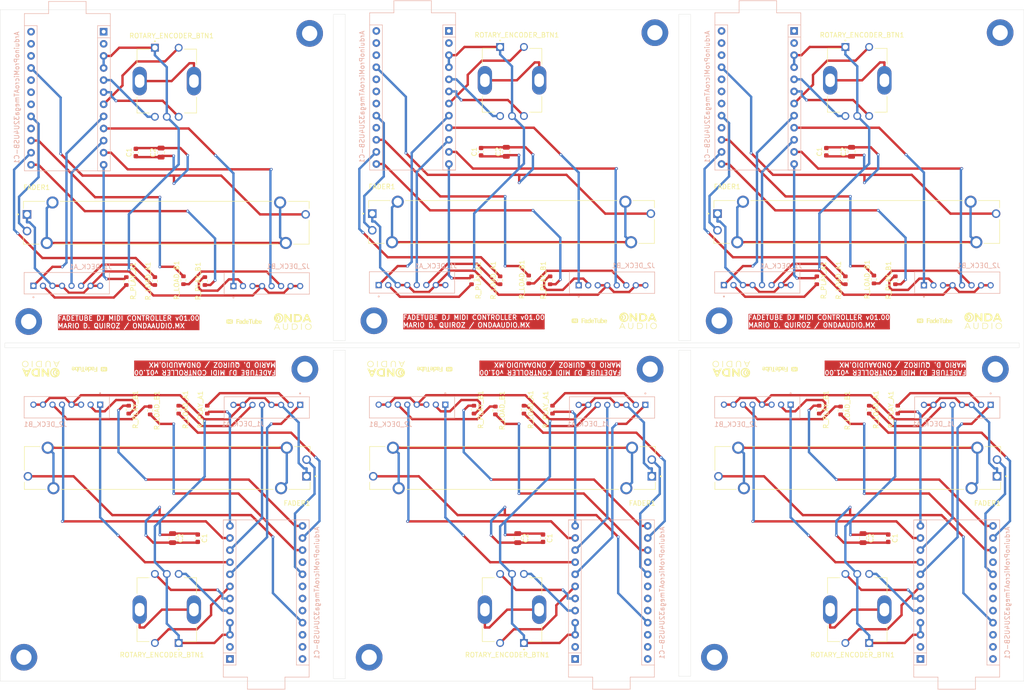
<source format=kicad_pcb>
(kicad_pcb (version 20241229) (generator "pcbnew") (generator_version "9.0")
  (layers (0 "F.Cu" signal) (2 "B.Cu" signal) (13 "F.Paste" user) (15 "B.Paste" user) (5 "F.SilkS" user "F.Silkscreen") (7 "B.SilkS" user "B.Silkscreen") (1 "F.Mask" user) (3 "B.Mask" user) (25 "Edge.Cuts" user))
  (net 0 "")
  (net 1 "Net-(FADER1-SHIELD-PadSH1)")
  (net 2 "GND")
  (net 3 "Net-(ROTARY_ENCODER_BTN1-SHIELD-PadSH1)")
  (net 5 "Net-(ArduinoProMicroATmega32U4USB-C1-D14)")
  (net 8 "Net-(ArduinoProMicroATmega32U4USB-C1-D2)")
  (net 10 "Net-(ArduinoProMicroATmega32U4USB-C1-D18{slash}A0)")
  (net 11 "Net-(ArduinoProMicroATmega32U4USB-C1-D16)")
  (net 12 "Net-(ArduinoProMicroATmega32U4USB-C1-D7)")
  (net 13 "Net-(ArduinoProMicroATmega32U4USB-C1-D4{slash}A6)")
  (net 14 "Net-(ArduinoProMicroATmega32U4USB-C1-~D5)")
  (net 16 "Net-(ArduinoProMicroATmega32U4USB-C1-~D6{slash}A7)")
  (net 17 "Net-(ArduinoProMicroATmega32U4USB-C1-~D9{slash}A9)")
  (net 18 "Net-(ArduinoProMicroATmega32U4USB-C1-~D3)")
  (net 20 "Net-(ArduinoProMicroATmega32U4USB-C1-~D10{slash}A10)")
  (net 21 "Net-(ArduinoProMicroATmega32U4USB-C1-VCC)")
  (net 23 "Net-(ArduinoProMicroATmega32U4USB-C1-D8{slash}A8)")
  (net 26 "Net-(SW_LOAD_A1-A)")
  (net 27 "Net-(SW_PLAY_A1-A)")
  (net 28 "Net-(SW_PLAY_B1-A)")
  (net 29 "Net-(SW_LOAD_B1-A)")
  (footprint "Resistor_SMD:R_0603_1608Metric" (layer "F.Cu") (at 196.5 76.84 -90)
    (property "Reference" "R_PLAY_A1")
    (property "Value" "1k")
  )
  (footprint "Resistor_SMD:R_0603_1608Metric" (layer "F.Cu") (at 213 76.84 90)
    (property "Reference" "R_PLAY_B1")
    (property "Value" "1k")
  )
  (footprint "FADETUBE_LIBRARY:XDCR_PEC11R-4220K-S0024" (layer "F.Cu") (at 60 146 180)
    (property "Reference" "ROTARY_ENCODER_BTN1")
    (property "Value" "PEC11R-4220K-S0024")
  )
  (footprint "Resistor_SMD:R_0603_1608Metric" (layer "F.Cu") (at 124.5 104 -90)
    (property "Reference" "R_PLAY_B1")
    (property "Value" "1k")
  )
  (footprint "FADETUBE_LIBRARY:onda-audio-logo" (layer "F.Cu") (at 106 95.5 180)
    (property "Reference" "ONDAAUDIO-LOGO" (hide yes))
    (property "Value" "LOGO" (hide yes))
  )
  (footprint "Resistor_SMD:R_0603_1608Metric" (layer "F.Cu") (at 68 77 90)
    (property "Reference" "R_PLAY_B1")
    (property "Value" "1k")
  )
  (footprint "FADETUBE_LIBRARY:XDCR_PEC11R-4220K-S0024" (layer "F.Cu") (at 60 35)
    (property "Reference" "ROTARY_ENCODER_BTN1")
    (property "Value" "PEC11R-4220K-S0024")
  )
  (footprint "MountingHole:MountingHole_3.2mm_M3_DIN965_Pad" (layer "F.Cu") (at 176 85.34)
    (property "Reference" "REF**" (hide yes))
    (property "Value" "MountingHole_3.2mm_M3_DIN965_Pad" (hide yes))
  )
  (footprint "Resistor_SMD:R_0603_1608Metric" (layer "F.Cu") (at 207.5 104 -90)
    (property "Reference" "R_LOAD_A1")
    (property "Value" "1k")
  )
  (footprint "FADETUBE_LIBRARY:fadetube-logo" (layer "F.Cu") (at 116.5 95.5 180)
    (property "Reference" "FADETUBE-LOGO" (hide yes))
    (property "Value" "LOGO" (hide yes))
  )
  (footprint "FADETUBE_LIBRARY:fadetube-logo" (layer "F.Cu") (at 221 85.34)
    (property "Reference" "FADETUBE-LOGO" (hide yes))
    (property "Value" "LOGO" (hide yes))
  )
  (footprint "Capacitor_SMD:C_0805_2012Metric" (layer "F.Cu") (at 131.295 49.86 90)
    (property "Reference" "C2")
    (property "Value" "10uF")
  )
  (footprint "FADETUBE_LIBRARY:TRIM_PTA4553-2215CIB103" (layer "F.Cu") (at 204.9 64.59)
    (property "Reference" "FADER1")
    (property "Value" "PTA4553-2215CIB103")
  )
  (footprint "Resistor_SMD:R_0603_1608Metric" (layer "F.Cu") (at 213.5 104 90)
    (property "Reference" "R_PLAY_A1")
    (property "Value" "1k")
  )
  (footprint "Capacitor_SMD:C_0603_1608Metric" (layer "F.Cu") (at 66.5 131 -90)
    (property "Reference" "C1")
    (property "Value" "100nF")
  )
  (footprint "FADETUBE_LIBRARY:TRIM_PTA4553-2215CIB103" (layer "F.Cu") (at 205.1 116.25 180)
    (property "Reference" "FADER1")
    (property "Value" "PTA4553-2215CIB103")
  )
  (footprint "Capacitor_SMD:C_0603_1608Metric" (layer "F.Cu") (at 139 131 -90)
    (property "Reference" "C1")
    (property "Value" "100nF")
  )
  (footprint "FADETUBE_LIBRARY:onda-audio-logo" (layer "F.Cu") (at 159 85.34)
    (property "Reference" "ONDAAUDIO-LOGO" (hide yes))
    (property "Value" "LOGO" (hide yes))
  )
  (footprint "MountingHole:MountingHole_3.2mm_M3_DIN965_Pad" (layer "F.Cu") (at 161.5 95.5 180)
    (property "Reference" "REF**" (hide yes))
    (property "Value" "MountingHole_3.2mm_M3_DIN965_Pad" (hide yes))
  )
  (footprint "Resistor_SMD:R_0603_1608Metric" (layer "F.Cu") (at 63.5 76.825 90)
    (property "Reference" "R_LOAD_B1")
    (property "Value" "1k")
  )
  (footprint "Resistor_SMD:R_0603_1608Metric" (layer "F.Cu") (at 208.5 76.665 90)
    (property "Reference" "R_LOAD_B1")
    (property "Value" "1k")
  )
  (footprint "Capacitor_SMD:C_0603_1608Metric" (layer "F.Cu") (at 126 49.84 90)
    (property "Reference" "C1")
    (property "Value" "100nF")
  )
  (footprint "FADETUBE_LIBRARY:XDCR_PEC11R-4220K-S0024" (layer "F.Cu") (at 205 146 180)
    (property "Reference" "ROTARY_ENCODER_BTN1")
    (property "Value" "PEC11R-4220K-S0024")
  )
  (footprint "Resistor_SMD:R_0603_1608Metric" (layer "F.Cu") (at 129 104.175 -90)
    (property "Reference" "R_LOAD_B1")
    (property "Value" "1k")
  )
  (footprint "Resistor_SMD:R_0603_1608Metric" (layer "F.Cu") (at 57.5 77 90)
    (property "Reference" "R_LOAD_A1")
    (property "Value" "1k")
  )
  (footprint "FADETUBE_LIBRARY:onda-audio-logo" (layer "F.Cu") (at 33.5 95.5 180)
    (property "Reference" "ONDAAUDIO-LOGO" (hide yes))
    (property "Value" "LOGO" (hide yes))
  )
  (footprint "FADETUBE_LIBRARY:TRIM_PTA4553-2215CIB103" (layer "F.Cu") (at 59.9 64.75)
    (property "Reference" "FADER1")
    (property "Value" "PTA4553-2215CIB103")
  )
  (footprint "MountingHole:MountingHole_3.2mm_M3_DIN965_Pad" (layer "F.Cu") (at 103.5 85.34)
    (property "Reference" "REF**" (hide yes))
    (property "Value" "MountingHole_3.2mm_M3_DIN965_Pad" (hide yes))
  )
  (footprint "Capacitor_SMD:C_0805_2012Metric" (layer "F.Cu") (at 58.795 50.02 90)
    (property "Reference" "C2")
    (property "Value" "10uF")
  )
  (footprint "MountingHole:MountingHole_3.2mm_M3_DIN965_Pad" (layer "F.Cu") (at 30 156 180)
    (property "Reference" "REF**" (hide yes))
    (property "Value" "MountingHole_3.2mm_M3_DIN965_Pad" (hide yes))
  )
  (footprint "Resistor_SMD:R_0603_1608Metric" (layer "F.Cu") (at 68.5 104 90)
    (property "Reference" "R_PLAY_A1")
    (property "Value" "1k")
  )
  (footprint "FADETUBE_LIBRARY:onda-audio-logo" (layer "F.Cu") (at 86.5 85.5)
    (property "Reference" "ONDAAUDIO-LOGO" (hide yes))
    (property "Value" "LOGO" (hide yes))
  )
  (footprint "FADETUBE_LIBRARY:fadetube-logo" (layer "F.Cu") (at 189 95.5 180)
    (property "Reference" "FADETUBE-LOGO" (hide yes))
    (property "Value" "LOGO" (hide yes))
  )
  (footprint "Resistor_SMD:R_0603_1608Metric" (layer "F.Cu") (at 62.5 104 -90)
    (property "Reference" "R_LOAD_A1")
    (property "Value" "1k")
  )
  (footprint "MountingHole:MountingHole_3.2mm_M3_DIN965_Pad" (layer "F.Cu") (at 31 85.5)
    (property "Reference" "REF**" (hide yes))
    (property "Value" "MountingHole_3.2mm_M3_DIN965_Pad" (hide yes))
  )
  (footprint "Resistor_SMD:R_0603_1608Metric" (layer "F.Cu") (at 202.5 76.84 90)
    (property "Reference" "R_LOAD_A1")
    (property "Value" "1k")
  )
  (footprint "Capacitor_SMD:C_0805_2012Metric" (layer "F.Cu") (at 61.205 130.98 -90)
    (property "Reference" "C2")
    (property "Value" "10uF")
  )
  (footprint "Resistor_SMD:R_0603_1608Metric" (layer "F.Cu") (at 51.5 77 -90)
    (property "Reference" "R_PLAY_A1")
    (property "Value" "1k")
  )
  (footprint "FADETUBE_LIBRARY:fadetube-logo" (layer "F.Cu") (at 44 95.5 180)
    (property "Reference" "FADETUBE-LOGO" (hide yes))
    (property "Value" "LOGO" (hide yes))
  )
  (footprint "MountingHole:MountingHole_3.2mm_M3_DIN965_Pad" (layer "F.Cu") (at 234 95.5 180)
    (property "Reference" "REF**" (hide yes))
    (property "Value" "MountingHole_3.2mm_M3_DIN965_Pad" (hide yes))
  )
  (footprint "Capacitor_SMD:C_0603_1608Metric" (layer "F.Cu") (at 211.5 131 -90)
    (property "Reference" "C1")
    (property "Value" "100nF")
  )
  (footprint "FADETUBE_LIBRARY:onda-audio-logo" (layer "F.Cu") (at 178.5 95.5 180)
    (property "Reference" "ONDAAUDIO-LOGO" (hide yes))
    (property "Value" "LOGO" (hide yes))
  )
  (footprint "MountingHole:MountingHole_3.2mm_M3_DIN965_Pad" (layer "F.Cu") (at 235 24.84)
    (property "Reference" "REF**" (hide yes))
    (property "Value" "MountingHole_3.2mm_M3_DIN965_Pad" (hide yes))
  )
  (footprint "FADETUBE_LIBRARY:XDCR_PEC11R-4220K-S0024" (layer "F.Cu") (at 205 34.84)
    (property "Reference" "ROTARY_ENCODER_BTN1")
    (property "Value" "PEC11R-4220K-S0024")
  )
  (footprint "Capacitor_SMD:C_0603_1608Metric" (layer "F.Cu") (at 198.5 49.84 90)
    (property "Reference" "C1")
    (property "Value" "100nF")
  )
  (footprint "MountingHole:MountingHole_3.2mm_M3_DIN965_Pad" (layer "F.Cu") (at 89 95.5 180)
    (property "Reference" "REF**" (hide yes))
    (property "Value" "MountingHole_3.2mm_M3_DIN965_Pad" (hide yes))
  )
  (footprint "Resistor_SMD:R_0603_1608Metric" (layer "F.Cu") (at 136 76.665 90)
    (property "Reference" "R_LOAD_B1")
    (property "Value" "1k")
  )
  (footprint "FADETUBE_LIBRARY:TRIM_PTA4553-2215CIB103" (layer "F.Cu") (at 132.6 116.25 180)
    (property "Reference" "FADER1")
    (property "Value" "PTA4553-2215CIB103")
  )
  (footprint "Resistor_SMD:R_0603_1608Metric" (layer "F.Cu") (at 140.5 76.84 90)
    (property "Reference" "R_PLAY_B1")
    (property "Value" "1k")
  )
  (footprint "Resistor_SMD:R_0603_1608Metric" (layer "F.Cu") (at 52 104 -90)
    (property "Reference" "R_PLAY_B1")
    (property "Value" "1k")
  )
  (footprint "FADETUBE_LIBRARY:onda-audio-logo" (layer "F.Cu") (at 231.5 85.34)
    (property "Reference" "ONDAAUDIO-LOGO" (hide yes))
    (property "Value" "LOGO" (hide yes))
  )
  (footprint "Capacitor_SMD:C_0805_2012Metric" (layer "F.Cu") (at 206.205 130.98 -90)
    (property "Reference" "C2")
    (property "Value" "10uF")
  )
  (footprint "Resistor_SMD:R_0603_1608Metric" (layer "F.Cu") (at 197 104 -90)
    (property "Reference" "R_PLAY_B1")
    (property "Value" "1k")
  )
  (footprint "Capacitor_SMD:C_0805_2012Metric" (layer "F.Cu") (at 133.705 130.98 -90)
    (property "Reference" "C2")
    (property "Value" "10uF")
  )
  (footprint "Resistor_SMD:R_0603_1608Metric" (layer "F.Cu") (at 124 76.84 -90)
    (property "Reference" "R_PLAY_A1")
    (property "Value" "1k")
  )
  (footprint "Resistor_SMD:R_0603_1608Metric" (layer "F.Cu") (at 135 104 -90)
    (property "Reference" "R_LOAD_A1")
    (property "Value" "1k")
  )
  (footprint "MountingHole:MountingHole_3.2mm_M3_DIN965_Pad" (layer "F.Cu") (at 90 25)
    (property "Reference" "REF**" (hide yes))
    (property "Value" "MountingHole_3.2mm_M3_DIN965_Pad" (hide yes))
  )
  (footprint "FADETUBE_LIBRARY:XDCR_PEC11R-4220K-S0024" (layer "F.Cu") (at 132.5 34.84)
    (property "Reference" "ROTARY_ENCODER_BTN1")
    (property "Value" "PEC11R-4220K-S0024")
  )
  (footprint "FADETUBE_LIBRARY:fadetube-logo" (layer "F.Cu") (at 76 85.5)
    (property "Reference" "FADETUBE-LOGO" (hide yes))
    (property "Value" "LOGO" (hide yes))
  )
  (footprint "Capacitor_SMD:C_0603_1608Metric" (layer "F.Cu") (at 53.5 50 90)
    (property "Reference" "C1")
    (property "Value" "100nF")
  )
  (footprint "Resistor_SMD:R_0603_1608Metric" (layer "F.Cu") (at 141 104 90)
    (property "Reference" "R_PLAY_A1")
    (property "Value" "1k")
  )
  (footprint "Resistor_SMD:R_0603_1608Metric" (layer "F.Cu") (at 130 76.84 90)
    (property "Reference" "R_LOAD_A1")
    (property "Value" "1k")
  )
  (footprint "MountingHole:MountingHole_3.2mm_M3_DIN965_Pad" (layer "F.Cu") (at 162.5 24.84)
    (property "Reference" "REF**" (hide yes))
    (property "Value" "MountingHole_3.2mm_M3_DIN965_Pad" (hide yes))
  )
  (footprint "MountingHole:MountingHole_3.2mm_M3_DIN965_Pad" (layer "F.Cu") (at 102.5 156 180)
    (property "Reference" "REF**" (hide yes))
    (property "Value" "MountingHole_3.2mm_M3_DIN965_Pad" (hide yes))
  )
  (footprint "FADETUBE_LIBRARY:XDCR_PEC11R-4220K-S0024" (layer "F.Cu") (at 132.5 146 180)
    (property "Reference" "ROTARY_ENCODER_BTN1")
    (property "Value" "PEC11R-4220K-S0024")
  )
  (footprint "Capacitor_SMD:C_0805_2012Metric" (layer "F.Cu") (at 203.795 49.86 90)
    (property "Reference" "C2")
    (property "Value" "10uF")
  )
  (footprint "FADETUBE_LIBRARY:fadetube-logo" (layer "F.Cu") (at 148.5 85.34)
    (property "Reference" "FADETUBE-LOGO" (hide yes))
    (property "Value" "LOGO" (hide yes))
  )
  (footprint "Resistor_SMD:R_0603_1608Metric" (layer "F.Cu") (at 201.5 104.175 -90)
    (property "Reference" "R_LOAD_B1")
    (property "Value" "1k")
  )
  (footprint "MountingHole:MountingHole_3.2mm_M3_DIN965_Pad" (layer "F.Cu") (at 175 156 180)
    (property "Reference" "REF**" (hide yes))
    (property "Value" "MountingHole_3.2mm_M3_DIN965_Pad" (hide yes))
  )
  (footprint "FADETUBE_LIBRARY:TRIM_PTA4553-2215CIB103" (layer "F.Cu") (at 132.4 64.59)
    (property "Reference" "FADER1")
    (property "Value" "PTA4553-2215CIB103")
  )
  (footprint "Resistor_SMD:R_0603_1608Metric" (layer "F.Cu") (at 56.5 104.175 -90)
    (property "Reference" "R_LOAD_B1")
    (property "Value" "1k")
  )
  (footprint "FADETUBE_LIBRARY:TRIM_PTA4553-2215CIB103" (layer "F.Cu") (at 60.1 116.25 180)
    (property "Reference" "FADER1")
    (property "Value" "PTA4553-2215CIB103")
  )
  (footprint "FADETUBE_LIBRARY:JST_B8B-PH-K-S" (layer "B.Cu") (at 184 77.29 180)
    (property "Reference" "J1_DECK_A1")
    (property "Value" "B8B-PH-K-S")
  )
  (footprint "FADETUBE_LIBRARY:JST_B8B-PH-K-S" (layer "B.Cu") (at 226 103.55)
    (property "Reference" "J1_DECK_A1")
    (property "Value" "B8B-PH-K-S")
  )
  (footprint "FADETUBE_LIBRARY:JST_B8B-PH-K-S" (layer "B.Cu") (at 39 77.45 180)
    (property "Reference" "J1_DECK_A1")
    (property "Value" "B8B-PH-K-S")
  )
  (footprint "FADETUBE_LIBRARY:JST_B8B-PH-K-S" (layer "B.Cu") (at 39 103.5)
    (property "Reference" "J2_DECK_B1")
    (property "Value" "B8B-PH-K-S")
  )
  (footprint "Arduino:Sparkfun_Pro_Micro" (layer "B.Cu") (at 233.5 128.42 180)
    (property "Reference" "ArduinoProMicroATmega32U4USB-C1")
    (property "Value" "ArduinoProMicroATmega32U4USB-C1" (hide yes))
  )
  (footprint "FADETUBE_LIBRARY:JST_B8B-PH-K-S" (layer "B.Cu") (at 111.5 103.5)
    (property "Reference" "J2_DECK_B1")
    (property "Value" "B8B-PH-K-S")
  )
  (footprint "Arduino:Sparkfun_Pro_Micro" (layer "B.Cu") (at 88.5 128.42 180)
    (property "Reference" "ArduinoProMicroATmega32U4USB-C1")
    (property "Value" "ArduinoProMicroATmega32U4USB-C1" (hide yes))
  )
  (footprint "FADETUBE_LIBRARY:JST_B8B-PH-K-S" (layer "B.Cu") (at 111.5 77.29 180)
    (property "Reference" "J1_DECK_A1")
    (property "Value" "B8B-PH-K-S")
  )
  (footprint "FADETUBE_LIBRARY:JST_B8B-PH-K-S" (layer "B.Cu") (at 153.5 77.34 180)
    (property "Reference" "J2_DECK_B1")
    (property "Value" "B8B-PH-K-S")
  )
  (footprint "FADETUBE_LIBRARY:JST_B8B-PH-K-S" (layer "B.Cu") (at 226 77.34 180)
    (property "Reference" "J2_DECK_B1")
    (property "Value" "B8B-PH-K-S")
  )
  (footprint "Arduino:Sparkfun_Pro_Micro" (layer "B.Cu") (at 104 52.42)
    (property "Reference" "ArduinoProMicroATmega32U4USB-C1")
    (property "Value" "ArduinoProMicroATmega32U4USB-C1" (hide yes))
  )
  (footprint "Arduino:Sparkfun_Pro_Micro" (layer "B.Cu") (at 161 128.42 180)
    (property "Reference" "ArduinoProMicroATmega32U4USB-C1")
    (property "Value" "ArduinoProMicroATmega32U4USB-C1" (hide yes))
  )
  (footprint "Arduino:Sparkfun_Pro_Micro" (layer "B.Cu") (at 176.5 52.42)
    (property "Reference" "ArduinoProMicroATmega32U4USB-C1")
    (property "Value" "ArduinoProMicroATmega32U4USB-C1" (hide yes))
  )
  (footprint "FADETUBE_LIBRARY:JST_B8B-PH-K-S" (layer "B.Cu") (at 153.5 103.55)
    (property "Reference" "J1_DECK_A1")
    (property "Value" "B8B-PH-K-S")
  )
  (footprint "FADETUBE_LIBRARY:JST_B8B-PH-K-S" (layer "B.Cu") (at 184 103.5)
    (property "Reference" "J2_DECK_B1")
    (property "Value" "B8B-PH-K-S")
  )
  (footprint "FADETUBE_LIBRARY:JST_B8B-PH-K-S" (layer "B.Cu") (at 81 103.55)
    (property "Reference" "J1_DECK_A1")
    (property "Value" "B8B-PH-K-S")
  )
  (footprint "Arduino:Sparkfun_Pro_Micro" (layer "B.Cu") (at 31.5 52.58)
    (property "Reference" "ArduinoProMicroATmega32U4USB-C1")
    (property "Value" "ArduinoProMicroATmega32U4USB-C1" (hide yes))
  )
  (footprint "FADETUBE_LIBRARY:JST_B8B-PH-K-S" (layer "B.Cu") (at 81 77.5 180)
    (property "Reference" "J2_DECK_B1")
    (property "Value" "B8B-PH-K-S")
  )
  (gr_rect (start 95 21) (end 97.5 89.5) (stroke (width 0.05)) (fill no) (layer "Edge.Cuts"))
  (gr_rect (start 167.5 21) (end 170 89.5) (stroke (width 0.05)) (fill no) (layer "Edge.Cuts"))
  (gr_rect (start 25 20) (end 240 161) (stroke (width 0.05)) (fill no) (layer "Edge.Cuts"))
  (gr_rect (start 95 91.5) (end 97.5 160.5) (stroke (width 0.05)) (fill no) (layer "Edge.Cuts"))
  (gr_rect (start 167.5 91.5) (end 170 160) (stroke (width 0.05)) (fill no) (layer "Edge.Cuts"))
  (gr_rect (start 26 90) (end 239 91) (stroke (width 0.05)) (fill no) (layer "Edge.Cuts"))
  (gr_text "FADETUBE DJ MIDI CONTROLLER v01.00\nMARIO D. QUIROZ / ONDAAUDIO.MX" (at 228 94 180) (layer "F.Cu" knockout) (effects (font (size 1 1) (thickness 0.1875)) (justify left bottom)))
  (gr_text "FADETUBE DJ MIDI CONTROLLER v01.00\nMARIO D. QUIROZ / ONDAAUDIO.MX" (at 182 86.84 0) (layer "F.Cu" knockout) (effects (font (size 1 1) (thickness 0.1875)) (justify left bottom)))
  (gr_text "FADETUBE DJ MIDI CONTROLLER v01.00\nMARIO D. QUIROZ / ONDAAUDIO.MX" (at 155.5 94 180) (layer "F.Cu" knockout) (effects (font (size 1 1) (thickness 0.1875)) (justify left bottom)))
  (gr_text "FADETUBE DJ MIDI CONTROLLER v01.00\nMARIO D. QUIROZ / ONDAAUDIO.MX" (at 37 87 0) (layer "F.Cu" knockout) (effects (font (size 1 1) (thickness 0.1875)) (justify left bottom)))
  (gr_text "FADETUBE DJ MIDI CONTROLLER v01.00\nMARIO D. QUIROZ / ONDAAUDIO.MX" (at 109.5 86.84 0) (layer "F.Cu" knockout) (effects (font (size 1 1) (thickness 0.1875)) (justify left bottom)))
  (gr_text "FADETUBE DJ MIDI CONTROLLER v01.00\nMARIO D. QUIROZ / ONDAAUDIO.MX" (at 83 94 180) (layer "F.Cu" knockout) (effects (font (size 1 1) (thickness 0.1875)) (justify left bottom)))
  (segment (start 35 112) (end 85.2 112) (width 0.5) (layer "F.Cu") (net 1))
  (segment (start 180 112) (end 230.2 112) (width 0.5) (layer "F.Cu") (net 1))
  (segment (start 230 68.84) (end 179.8 68.84) (width 0.5) (layer "F.Cu") (net 1))
  (segment (start 107.5 112) (end 157.7 112) (width 0.5) (layer "F.Cu") (net 1))
  (segment (start 85 69) (end 34.8 69) (width 0.5) (layer "F.Cu") (net 1))
  (segment (start 157.5 68.84) (end 107.3 68.84) (width 0.5) (layer "F.Cu") (net 1))
  (segment (start 230.2 119.3) (end 230.2 112) (width 0.5) (layer "B.Cu") (net 1))
  (segment (start 85.2 119.3) (end 85.2 112) (width 0.5) (layer "B.Cu") (net 1))
  (segment (start 157.5 68.84) (end 156.3 67.64) (width 0.5) (layer "B.Cu") (net 1))
  (segment (start 181 60.34) (end 179.8 61.54) (width 0.5) (layer "B.Cu") (net 1))
  (segment (start 34.8 61.7) (end 34.8 69) (width 0.5) (layer "B.Cu") (net 1))
  (segment (start 230 68.84) (end 228.8 67.64) (width 0.5) (layer "B.Cu") (net 1))
  (segment (start 180 112) (end 181.2 113.2) (width 0.5) (layer "B.Cu") (net 1))
  (segment (start 179.8 61.54) (end 179.8 68.84) (width 0.5) (layer "B.Cu") (net 1))
  (segment (start 229 120.5) (end 230.2 119.3) (width 0.5) (layer "B.Cu") (net 1))
  (segment (start 157.7 119.3) (end 157.7 112) (width 0.5) (layer "B.Cu") (net 1))
  (segment (start 156.5 120.5) (end 157.7 119.3) (width 0.5) (layer "B.Cu") (net 1))
  (segment (start 156.3 67.64) (end 156.3 60.34) (width 0.5) (layer "B.Cu") (net 1))
  (segment (start 107.5 112) (end 108.7 113.2) (width 0.5) (layer "B.Cu") (net 1))
  (segment (start 36.2 113.2) (end 36.2 120.5) (width 0.5) (layer "B.Cu") (net 1))
  (segment (start 108.5 60.34) (end 107.3 61.54) (width 0.5) (layer "B.Cu") (net 1))
  (segment (start 36 60.5) (end 34.8 61.7) (width 0.5) (layer "B.Cu") (net 1))
  (segment (start 83.8 67.8) (end 83.8 60.5) (width 0.5) (layer "B.Cu") (net 1))
  (segment (start 84 120.5) (end 85.2 119.3) (width 0.5) (layer "B.Cu") (net 1))
  (segment (start 85 69) (end 83.8 67.8) (width 0.5) (layer "B.Cu") (net 1))
  (segment (start 108.7 113.2) (end 108.7 120.5) (width 0.5) (layer "B.Cu") (net 1))
  (segment (start 181.2 113.2) (end 181.2 120.5) (width 0.5) (layer "B.Cu") (net 1))
  (segment (start 107.3 61.54) (end 107.3 68.84) (width 0.5) (layer "B.Cu") (net 1))
  (segment (start 228.8 67.64) (end 228.8 60.34) (width 0.5) (layer "B.Cu") (net 1))
  (segment (start 35 112) (end 36.2 113.2) (width 0.5) (layer "B.Cu") (net 1))
  (segment (start 81.406 79.456) (end 80 78.05) (width 0.5) (layer "F.Cu") (net 2))
  (segment (start 67.957 106.022) (end 72.978 106.022) (width 0.5) (layer "F.Cu") (net 2))
  (segment (start 131.5446 50.5604) (end 131.295 50.81) (width 0.5) (layer "F.Cu") (net 2))
  (segment (start 148.5 103) (end 146.5 103) (width 0.5) (layer "F.Cu") (net 2))
  (segment (start 225.544 101.544) (end 222.456 101.544) (width 0.5) (layer "F.Cu") (net 2))
  (segment (start 218.26 151.28) (end 216.708 151.28) (width 0.5) (layer "F.Cu") (net 2))
  (segment (start 150.5 77.89) (end 152.5 77.89) (width 0.5) (layer "F.Cu") (net 2))
  (segment (start 42 102.95) (end 40 102.95) (width 0.5) (layer "F.Cu") (net 2))
  (segment (start 156.5 103) (end 154.5 103) (width 0.5) (layer "F.Cu") (net 2))
  (segment (start 160.5 77.89) (end 158.5 77.89) (width 0.5) (layer "F.Cu") (net 2))
  (segment (start 203.795 50.81) (end 198.695 50.81) (width 0.5) (layer "F.Cu") (net 2))
  (segment (start 131.0604 130.2796) (end 133.4554 130.2796) (width 0.5) (layer "F.Cu") (net 2))
  (segment (start 140.457 106.396) (end 140.457 106.022) (width 0.5) (layer "F.Cu") (net 2))
  (segment (start 84 103) (end 82 103) (width 0.5) (layer "F.Cu") (net 2))
  (segment (start 202.202 79.87) (end 197.149 74.818) (width 0.5) (layer "F.Cu") (net 2))
  (segment (start 60.9554 130.2796) (end 61.205 130.03) (width 0.5) (layer "F.Cu") (net 2))
  (segment (start 197.043 74.444) (end 197.043 74.818) (width 0.5) (layer "F.Cu") (net 2))
  (segment (start 111.094 101.544) (end 112.5 102.95) (width 0.5) (layer "F.Cu") (net 2))
  (segment (start 88 78.05) (end 86 78.05) (width 0.5) (layer "F.Cu") (net 2))
  (segment (start 226.406 79.296) (end 225 77.89) (width 0.5) (layer "F.Cu") (net 2))
  (segment (start 140.457 106.022) (end 145.478 106.022) (width 0.5) (layer "F.Cu") (net 2))
  (segment (start 133.9396 50.5604) (end 131.5446 50.5604) (width 0.5) (layer "F.Cu") (net 2))
  (segment (start 145.478 106.022) (end 148.5 103) (width 0.5) (layer "F.Cu") (net 2))
  (segment (start 47.022 74.978) (end 44 78) (width 0.5) (layer "F.Cu") (net 2))
  (segment (start 38 78) (end 39.456 79.456) (width 0.5) (layer "F.Cu") (net 2))
  (segment (start 212.957 106.022) (end 217.978 106.022) (width 0.5) (layer "F.Cu") (net 2))
  (segment (start 67.957 106.396) (end 67.957 106.022) (width 0.5) (layer "F.Cu") (net 2))
  (segment (start 157.094 79.296) (end 153.906 79.296) (width 0.5) (layer "F.Cu") (net 2))
  (segment (start 61.205 130.03) (end 66.305 130.03) (width 0.5) (layer "F.Cu") (net 2))
  (segment (start 225 77.89) (end 223.02 79.87) (width 0.5) (layer "F.Cu") (net 2))
  (segment (start 227 103) (end 225.544 101.544) (width 0.5) (layer "F.Cu") (net 2))
  (segment (start 135.298 100.97) (end 140.351 106.022) (width 0.5) (layer "F.Cu") (net 2))
  (segment (start 82 103) (end 80.544 101.544) (width 0.5) (layer "F.Cu") (net 2))
  (segment (start 112.5 102.95) (end 114.48 100.97) (width 0.5) (layer "F.Cu") (net 2))
  (segment (start 138.805 130.03) (end 139 130.225) (width 0.5) (layer "F.Cu") (net 2))
  (segment (start 46.74 29.72) (end 48.292 29.72) (width 0.5) (layer "F.Cu") (net 2))
  (segment (start 191.74 29.56) (end 193.292 29.56) (width 0.5) (layer "F.Cu") (net 2))
  (segment (start 202.5 27.84) (end 195.012 27.84) (width 0.5) (layer "F.Cu") (net 2))
  (segment (start 32 102.95) (end 34 102.95) (width 0.5) (layer "F.Cu") (net 2))
  (segment (start 107.906 101.544) (end 111.094 101.544) (width 0.5) (layer "F.Cu") (net 2))
  (segment (start 38.594 101.544) (end 40 102.95) (width 0.5) (layer "F.Cu") (net 2))
  (segment (start 129.702 79.87) (end 124.649 74.818) (width 0.5) (layer "F.Cu") (net 2))
  (segment (start 187.544 79.296) (end 189 77.84) (width 0.5) (layer "F.Cu") (net 2))
  (segment (start 124.543 74.818) (end 119.522 74.818) (width 0.5) (layer "F.Cu") (net 2))
  (segment (start 192.022 74.818) (end 189 77.84) (width 0.5) (layer "F.Cu") (net 2))
  (segment (start 207.5 153) (end 214.988 153) (width 0.5) (layer "F.Cu") (net 2))
  (segment (start 153.906 79.296) (end 152.5 77.89) (width 0.5) (layer "F.Cu") (net 2))
  (segment (start 133.705 130.03) (end 138.805 130.03) (width 0.5) (layer "F.Cu") (net 2))
  (segment (start 221 103) (end 219 103) (width 0.5) (layer "F.Cu") (net 2))
  (segment (start 57.5 28) (end 50.012 28) (width 0.5) (layer "F.Cu") (net 2))
  (segment (start 183.594 101.544) (end 185 102.95) (width 0.5) (layer "F.Cu") (net 2))
  (segment (start 149.956 101.544) (end 148.5 103) (width 0.5) (layer "F.Cu") (net 2))
  (segment (start 78 78.05) (end 80 78.05) (width 0.5) (layer "F.Cu") (net 2))
  (segment (start 153.044 101.544) (end 149.956 101.544) (width 0.5) (layer "F.Cu") (net 2))
  (segment (start 122.512 27.84) (end 120.792 29.56) (width 0.5) (layer "F.Cu") (net 2))
  (segment (start 186.98 100.97) (end 207.798 100.97) (width 0.5) (layer "F.Cu") (net 2))
  (segment (start 177 102.95) (end 179 102.95) (width 0.5) (layer "F.Cu") (net 2))
  (segment (start 57.202 80.03) (end 52.149 74.978) (width 0.5) (layer "F.Cu") (net 2))
  (segment (start 183 77.84) (end 184.456 79.296) (width 0.5) (layer "F.Cu") (net 2))
  (segment (start 206.4396 50.5604) (end 204.0446 50.5604) (width 0.5) (layer "F.Cu") (net 2))
  (segment (start 189 77.84) (end 191 77.84) (width 0.5) (layer "F.Cu") (net 2))
  (segment (start 108.5 77.84) (end 110.5 77.84) (width 0.5) (layer "F.Cu") (net 2))
  (segment (start 115.044 79.296) (end 116.5 77.84) (width 0.5) (layer "F.Cu") (net 2))
  (segment (start 187 102.95) (end 185 102.95) (width 0.5) (layer "F.Cu") (net 2))
  (segment (start 217.978 106.022) (end 221 103) (width 0.5) (layer "F.Cu") (net 2))
  (segment (start 34 102.95) (end 35.406 101.544) (width 0.5) (layer "F.Cu") (net 2))
  (segment (start 205.9554 130.2796) (end 206.205 130.03) (width 0.5) (layer "F.Cu") (net 2))
  (segment (start 80.544 101.544) (end 77.456 101.544) (width 0.5) (layer "F.Cu") (net 2))
  (segment (start 231 77.89) (end 229.594 79.296) (width 0.5) (layer "F.Cu") (net 2))
  (segment (start 214.988 153) (end 216.708 151.28) (width 0.5) (layer "F.Cu") (net 2))
  (segment (start 203.5604 130.2796) (end 205.9554 130.2796) (width 0.5) (layer "F.Cu") (net 2))
  (segment (start 52.043 74.978) (end 47.022 74.978) (width 0.5) (layer "F.Cu") (net 2))
  (segment (start 180.406 101.544) (end 183.594 101.544) (width 0.5) (layer "F.Cu") (net 2))
  (segment (start 229.594 79.296) (end 226.406 79.296) (width 0.5) (layer "F.Cu") (net 2))
  (segment (start 124.649 74.818) (end 124.543 74.818) (width 0.5) (layer "F.Cu") (net 2))
  (segment (start 58.5604 130.2796) (end 60.9554 130.2796) (width 0.5) (layer "F.Cu") (net 2))
  (segment (start 222.456 101.544) (end 221 103) (width 0.5) (layer "F.Cu") (net 2))
  (segment (start 73.26 151.28) (end 71.708 151.28) (width 0.5) (layer "F.Cu") (net 2))
  (segment (start 41.98 100.97) (end 62.798 100.97) (width 0.5) (layer "F.Cu") (net 2))
  (segment (start 58.795 50.97) (end 53.695 50.97) (width 0.5) (layer "F.Cu") (net 2))
  (segment (start 150.52 79.87) (end 129.702 79.87) (width 0.5) (layer "F.Cu") (net 2))
  (segment (start 67.851 106.022) (end 67.957 106.022) (width 0.5) (layer "F.Cu") (net 2))
  (segment (start 84.594 79.456) (end 81.406 79.456) (width 0.5) (layer "F.Cu") (net 2))
  (segment (start 35.406 101.544) (end 38.594 101.544) (width 0.5) (layer "F.Cu") (net 2))
  (segment (start 204.0446 50.5604) (end 203.795 50.81) (width 0.5) (layer "F.Cu") (net 2))
  (segment (start 119.24 29.56) (end 120.792 29.56) (width 0.5) (layer "F.Cu") (net 2))
  (segment (start 135 153) (end 142.488 153) (width 0.5) (layer "F.Cu") (net 2))
  (segment (start 106.5 102.95) (end 107.906 101.544) (width 0.5) (layer "F.Cu") (net 2))
  (segment (start 197.043 74.818) (end 192.022 74.818) (width 0.5) (layer "F.Cu") (net 2))
  (segment (start 142.488 153) (end 144.208 151.28) (width 0.5) (layer "F.Cu") (net 2))
  (segment (start 39.456 79.456) (end 42.544 79.456) (width 0.5) (layer "F.Cu") (net 2))
  (segment (start 154.5 103) (end 153.044 101.544) (width 0.5) (layer "F.Cu") (net 2))
  (segment (start 36 78) (end 38 78) (width 0.5) (layer "F.Cu") (net 2))
  (segment (start 50.012 28) (end 48.292 29.72) (width 0.5) (layer "F.Cu") (net 2))
  (segment (start 229 103) (end 227 103) (width 0.5) (layer "F.Cu") (net 2))
  (segment (start 52.043 74.604) (end 52.043 74.978) (width 0.5) (layer "F.Cu") (net 2))
  (segment (start 184.456 79.296) (end 187.544 79.296) (width 0.5) (layer "F.Cu") (net 2))
  (segment (start 158.5 77.89) (end 157.094 79.296) (width 0.5) (layer "F.Cu") (net 2))
  (segment (start 66.305 130.03) (end 66.5 130.225) (width 0.5) (layer "F.Cu") (net 2))
  (segment (start 126.195 50.81) (end 126 50.615) (width 0.5) (layer "F.Cu") (net 2))
  (segment (start 181 77.84) (end 183 77.84) (width 0.5) (layer "F.Cu") (net 2))
  (segment (start 124.543 74.444) (end 124.543 74.818) (width 0.5) (layer "F.Cu") (net 2))
  (segment (start 140.351 106.022) (end 140.457 106.022) (width 0.5) (layer "F.Cu") (net 2))
  (segment (start 198.695 50.81) (end 198.5 50.615) (width 0.5) (layer "F.Cu") (net 2))
  (segment (start 80 78.05) (end 78.02 80.03) (width 0.5) (layer "F.Cu") (net 2))
  (segment (start 72.978 106.022) (end 76 103) (width 0.5) (layer "F.Cu") (net 2))
  (segment (start 233 77.89) (end 231 77.89) (width 0.5) (layer "F.Cu") (net 2))
  (segment (start 206.205 130.03) (end 211.305 130.03) (width 0.5) (layer "F.Cu") (net 2))
  (segment (start 133.4554 130.2796) (end 133.705 130.03) (width 0.5) (layer "F.Cu") (net 2))
  (segment (start 52.149 74.978) (end 52.043 74.978) (width 0.5) (layer "F.Cu") (net 2))
  (segment (start 44 78) (end 46 78) (width 0.5) (layer "F.Cu") (net 2))
  (segment (start 111.956 79.296) (end 115.044 79.296) (width 0.5) (layer "F.Cu") (net 2))
  (segment (start 119.522 74.818) (end 116.5 77.84) (width 0.5) (layer "F.Cu") (net 2))
  (segment (start 195.012 27.84) (end 193.292 29.56) (width 0.5) (layer "F.Cu") (net 2))
  (segment (start 145.76 151.28) (end 144.208 151.28) (width 0.5) (layer "F.Cu") (net 2))
  (segment (start 197.149 74.818) (end 197.043 74.818) (width 0.5) (layer "F.Cu") (net 2))
  (segment (start 223.02 79.87) (end 202.202 79.87) (width 0.5) (layer "F.Cu") (net 2))
  (segment (start 59.0446 50.7204) (end 58.795 50.97) (width 0.5) (layer "F.Cu") (net 2))
  (segment (start 69.988 153) (end 71.708 151.28) (width 0.5) (layer "F.Cu") (net 2))
  (segment (start 207.798 100.97) (end 212.851 106.022) (width 0.5) (layer "F.Cu") (net 2))
  (segment (start 110.5 77.84) (end 111.956 79.296) (width 0.5) (layer "F.Cu") (net 2))
  (segment (start 61.4396 50.7204) (end 59.0446 50.7204) (width 0.5) (layer "F.Cu") (net 2))
  (segment (start 130 27.84) (end 122.512 27.84) (width 0.5) (layer "F.Cu") (net 2))
  (segment (start 116.5 77.84) (end 118.5 77.84) (width 0.5) (layer "F.Cu") (net 2))
  (segment (start 76 103) (end 74 103) (width 0.5) (layer "F.Cu") (net 2))
  (segment (start 77.456 101.544) (end 76 103) (width 0.5) (layer "F.Cu") (net 2))
  (segment (start 114.48 100.97) (end 135.298 100.97) (width 0.5) (layer "F.Cu") (net 2))
  (segment (start 114.5 102.95) (end 112.5 102.95) (width 0.5) (layer "F.Cu") (net 2))
  (segment (start 131.295 50.81) (end 126.195 50.81) (width 0.5) (layer "F.Cu") (net 2))
  (segment (start 78.02 80.03) (end 57.202 80.03) (width 0.5) (layer "F.Cu") (net 2))
  (segment (start 185 102.95) (end 186.98 100.97) (width 0.5) (layer "F.Cu") (net 2))
  (segment (start 40 102.95) (end 41.98 100.97) (width 0.5) (layer "F.Cu") (net 2))
  (segment (start 62.5 153) (end 69.988 153) (width 0.5) (layer "F.Cu") (net 2))
  (segment (start 179 102.95) (end 180.406 101.544) (width 0.5) (layer "F.Cu") (net 2))
  (segment (start 211.305 130.03) (end 211.5 130.225) (width 0.5) (layer "F.Cu") (net 2))
  (segment (start 62.798 100.97) (end 67.851 106.022) (width 0.5) (layer "F.Cu") (net 2))
  (segment (start 53.695 50.97) (end 53.5 50.775) (width 0.5) (layer "F.Cu") (net 2))
  (segment (start 152.5 77.89) (end 150.52 79.87) (width 0.5) (layer "F.Cu") (net 2))
  (segment (start 86 78.05) (end 84.594 79.456) (width 0.5) (layer "F.Cu") (net 2))
  (segment (start 223 77.89) (end 225 77.89) (width 0.5) (layer "F.Cu") (net 2))
  (segment (start 212.851 106.022) (end 212.957 106.022) (width 0.5) (layer "F.Cu") (net 2))
  (segment (start 212.957 106.396) (end 212.957 106.022) (width 0.5) (layer "F.Cu") (net 2))
  (segment (start 42.544 79.456) (end 44 78) (width 0.5) (layer "F.Cu") (net 2))
  (segment (start 104.5 102.95) (end 106.5 102.95) (width 0.5) (layer "F.Cu") (net 2))
  (via (at 67.957 106.396) (size 0.6) (drill 0.3) (layers "F.Cu" "B.Cu") (net 2))
  (via (at 206.4396 50.5604) (size 0.6) (drill 0.3) (layers "F.Cu" "B.Cu") (net 2))
  (via (at 140.457 106.396) (size 0.6) (drill 0.3) (layers "F.Cu" "B.Cu") (net 2))
  (via (at 61.4396 50.7204) (size 0.6) (drill 0.3) (layers "F.Cu" "B.Cu") (net 2))
  (via (at 212.957 106.396) (size 0.6) (drill 0.3) (layers "F.Cu" "B.Cu") (net 2))
  (via (at 124.543 74.444) (size 0.6) (drill 0.3) (layers "F.Cu" "B.Cu") (net 2))
  (via (at 52.043 74.604) (size 0.6) (drill 0.3) (layers "F.Cu" "B.Cu") (net 2))
  (via (at 58.5604 130.2796) (size 0.6) (drill 0.3) (layers "F.Cu" "B.Cu") (net 2))
  (via (at 197.043 74.444) (size 0.6) (drill 0.3) (layers "F.Cu" "B.Cu") (net 2))
  (via (at 203.5604 130.2796) (size 0.6) (drill 0.3) (layers "F.Cu" "B.Cu") (net 2))
  (via (at 131.0604 130.2796) (size 0.6) (drill 0.3) (layers "F.Cu" "B.Cu") (net 2))
  (via (at 133.9396 50.5604) (size 0.6) (drill 0.3) (layers "F.Cu" "B.Cu") (net 2))
  (segment (start 36 78) (end 32.302 74.302) (width 0.5) (layer "B.Cu") (net 2))
  (segment (start 160.198 106.698) (end 160.198 115.213) (width 0.5) (layer "B.Cu") (net 2))
  (segment (start 181 77.84) (end 177.302 74.142) (width 0.5) (layer "B.Cu") (net 2))
  (segment (start 203.5604 127.4396) (end 203.5604 130.2796) (width 0.5) (layer "B.Cu") (net 2))
  (segment (start 57.5 29.5767) (end 60 32.0767) (width 0.5) (layer "B.Cu") (net 2))
  (segment (start 132.5 31.9167) (end 132.5 42.34) (width 0.5) (layer "B.Cu") (net 2))
  (segment (start 191.74 32.1) (end 191.74 29.56) (width 0.5) (layer "B.Cu") (net 2))
  (segment (start 58.5604 127.4396) (end 61.4406 124.5594) (width 0.5) (layer "B.Cu") (net 2))
  (segment (start 62.5 153) (end 62.5 151.4233) (width 0.5) (layer "B.Cu") (net 2))
  (segment (start 60 138.5) (end 57.5 136) (width 0.5) (layer "B.Cu") (net 2))
  (segment (start 135 52.34) (end 133.9396 53.4004) (width 0.5) (layer "B.Cu") (net 2))
  (segment (start 145.76 148.74) (end 145.76 151.28) (width 0.5) (layer "B.Cu") (net 2))
  (segment (start 30.65 63) (end 30.65 64.652) (width 0.5) (layer "B.Cu") (net 2))
  (segment (start 87.698 106.698) (end 87.698 115.213) (width 0.5) (layer "B.Cu") (net 2))
  (segment (start 212.957 118.043) (end 212.957 106.396) (width 0.5) (layer "B.Cu") (net 2))
  (segment (start 197.043 62.797) (end 197.043 74.444) (width 0.5) (layer "B.Cu") (net 2))
  (segment (start 89.35 118) (end 89.35 116.348) (width 0.5) (layer "B.Cu") (net 2))
  (segment (start 103.666 64.492) (end 103.15 64.492) (width 0.5) (layer "B.Cu") (net 2))
  (segment (start 205 42.34) (end 207.5 44.84) (width 0.5) (layer "B.Cu") (net 2))
  (segment (start 232.698 115.213) (end 233.834 116.348) (width 0.5) (layer "B.Cu") (net 2))
  (segment (start 57.5 136) (end 57.5 128.5) (width 0.5) (layer "B.Cu") (net 2))
  (segment (start 229 103) (end 232.698 106.698) (width 0.5) (layer "B.Cu") (net 2))
  (segment (start 131.0594 56.2806) (end 124.543 62.797) (width 0.5) (layer "B.Cu") (net 2))
  (segment (start 234.35 118) (end 234.35 116.348) (width 0.5) (layer "B.Cu") (net 2))
  (segment (start 205 138.5) (end 202.5 136) (width 0.5) (layer "B.Cu") (net 2))
  (segment (start 218.26 148.74) (end 218.26 151.28) (width 0.5) (layer "B.Cu") (net 2))
  (segment (start 58.5594 56.4406) (end 52.043 62.957) (width 0.5) (layer "B.Cu") (net 2))
  (segment (start 132.5 148.9233) (end 132.5 138.5) (width 0.5) (layer "B.Cu") (net 2))
  (segment (start 131.0604 127.4396) (end 133.9406 124.5594) (width 0.5) (layer "B.Cu") (net 2))
  (segment (start 135 44.84) (end 135 52.34) (width 0.5) (layer "B.Cu") (net 2))
  (segment (start 52.043 62.957) (end 52.043 74.604) (width 0.5) (layer "B.Cu") (net 2))
  (segment (start 133.9396 53.4004) (end 133.9396 50.5604) (width 0.5) (layer "B.Cu") (net 2))
  (segment (start 207.5 52.34) (end 206.4396 53.4004) (width 0.5) (layer "B.Cu") (net 2))
  (segment (start 108.5 77.84) (end 104.802 74.142) (width 0.5) (layer "B.Cu") (net 2))
  (segment (start 119.24 32.1) (end 119.24 29.56) (width 0.5) (layer "B.Cu") (net 2))
  (segment (start 46.74 32.26) (end 46.74 29.72) (width 0.5) (layer "B.Cu") (net 2))
  (segment (start 32.302 65.787) (end 31.166 64.652) (width 0.5) (layer "B.Cu") (net 2))
  (segment (start 177.302 74.142) (end 177.302 65.627) (width 0.5) (layer "B.Cu") (net 2))
  (segment (start 202.5 136) (end 202.5 128.5) (width 0.5) (layer "B.Cu") (net 2))
  (segment (start 206.4396 53.4004) (end 206.4396 50.5604) (width 0.5) (layer "B.Cu") (net 2))
  (segment (start 84 103) (end 87.698 106.698) (width 0.5) (layer "B.Cu") (net 2))
  (segment (start 140.457 118.043) (end 140.457 106.396) (width 0.5) (layer "B.Cu") (net 2))
  (segment (start 60 148.9233) (end 60 138.5) (width 0.5) (layer "B.Cu") (net 2))
  (segment (start 203.5604 127.4396) (end 206.4406 124.5594) (width 0.5) (layer "B.Cu") (net 2))
  (segment (start 88.834 116.348) (end 89.35 116.348) (width 0.5) (layer "B.Cu") (net 2))
  (segment (start 130 136) (end 130 128.5) (width 0.5) (layer "B.Cu") (net 2))
  (segment (start 161.85 118) (end 161.85 116.348) (width 0.5) (layer "B.Cu") (net 2))
  (segment (start 202.5 128.5) (end 203.5604 127.4396) (width 0.5) (layer "B.Cu") (net 2))
  (segment (start 135 153) (end 135 151.4233) (width 0.5) (layer "B.Cu") (net 2))
  (segment (start 202.5 27.84) (end 202.5 29.4167) (width 0.5) (layer "B.Cu") (net 2))
  (segment (start 87.698 115.213) (end 88.834 116.348) (width 0.5) (layer "B.Cu") (net 2))
  (segment (start 205 148.9233) (end 205 138.5) (width 0.5) (layer "B.Cu") (net 2))
  (segment (start 207.5 44.84) (end 207.5 52.34) (width 0.5) (layer "B.Cu") (net 2))
  (segment (start 62.5 52.5) (end 61.4396 53.5604) (width 0.5) (layer "B.Cu") (net 2))
  (segment (start 32.302 74.302) (end 32.302 65.787) (width 0.5) (layer "B.Cu") (net 2))
  (segment (start 175.65 62.84) (end 175.65 64.492) (width 0.5) (layer "B.Cu") (net 2))
  (segment (start 232.698 106.698) (end 232.698 115.213) (width 0.5) (layer "B.Cu") (net 2))
  (segment (start 124.543 62.797) (end 124.543 74.444) (width 0.5) (layer "B.Cu") (net 2))
  (segment (start 135 151.4233) (end 132.5 148.9233) (width 0.5) (layer "B.Cu") (net 2))
  (segment (start 104.802 65.627) (end 103.666 64.492) (width 0.5) (layer "B.Cu") (net 2))
  (segment (start 233.834 116.348) (end 234.35 116.348) (width 0.5) (layer "B.Cu") (net 2))
  (segment (start 61.4406 124.5594) (end 67.957 118.043) (width 0.5) (layer "B.Cu") (net 2))
  (segment (start 62.5 45) (end 62.5 52.5) (width 0.5) (layer "B.Cu") (net 2))
  (segment (start 130 128.5) (end 131.0604 127.4396) (width 0.5) (layer "B.Cu") (net 2))
  (segment (start 73.26 148.74) (end 73.26 151.28) (width 0.5) (layer "B.Cu") (net 2))
  (segment (start 57.5 128.5) (end 58.5604 127.4396) (width 0.5) (layer "B.Cu") (net 2))
  (segment (start 131.0604 127.4396) (end 131.0604 130.2796) (width 0.5) (layer "B.Cu") (net 2))
  (segment (start 103.15 62.84) (end 103.15 64.492) (width 0.5) (layer "B.Cu") (net 2))
  (segment (start 161.334 116.348) (end 161.85 116.348) (width 0.5) (layer "B.Cu") (net 2))
  (segment (start 206.4396 53.4004) (end 203.5594 56.2806) (width 0.5) (layer "B.Cu") (net 2))
  (segment (start 177.302 65.627) (end 176.166 64.492) (width 0.5) (layer "B.Cu") (net 2))
  (segment (start 130 29.4167) (end 132.5 31.9167) (width 0.5) (layer "B.Cu") (net 2))
  (segment (start 156.5 103) (end 160.198 106.698) (width 0.5) (layer "B.Cu") (net 2))
  (segment (start 58.5604 127.4396) (end 58.5604 130.2796) (width 0.5) (layer "B.Cu") (net 2))
  (segment (start 133.9396 53.4004) (end 131.0594 56.2806) (width 0.5) (layer "B.Cu") (net 2))
  (segment (start 61.4396 53.5604) (end 58.5594 56.4406) (width 0.5) (layer "B.Cu") (net 2))
  (segment (start 104.802 74.142) (end 104.802 65.627) (width 0.5) (layer "B.Cu") (net 2))
  (segment (start 60 42.5) (end 62.5 45) (width 0.5) (layer "B.Cu") (net 2))
  (segment (start 205 31.9167) (end 205 42.34) (width 0.5) (layer "B.Cu") (net 2))
  (segment (start 133.9406 124.5594) (end 140.457 118.043) (width 0.5) (layer "B.Cu") (net 2))
  (segment (start 132.5 138.5) (end 130 136) (width 0.5) (layer "B.Cu") (net 2))
  (segment (start 60 32.0767) (end 60 42.5) (width 0.5) (layer "B.Cu") (net 2))
  (segment (start 160.198 115.213) (end 161.334 116.348) (width 0.5) (layer "B.Cu") (net 2))
  (segment (start 31.166 64.652) (end 30.65 64.652) (width 0.5) (layer "B.Cu") (net 2))
  (segment (start 206.4406 124.5594) (end 212.957 118.043) (width 0.5) (layer "B.Cu") (net 2))
  (segment (start 62.5 151.4233) (end 60 148.9233) (width 0.5) (layer "B.Cu") (net 2))
  (segment (start 132.5 42.34) (end 135 44.84) (width 0.5) (layer "B.Cu") (net 2))
  (segment (start 61.4396 53.5604) (end 61.4396 50.7204) (width 0.5) (layer "B.Cu") (net 2))
  (segment (start 57.5 28) (end 57.5 29.5767) (width 0.5) (layer "B.Cu") (net 2))
  (segment (start 67.957 118.043) (end 67.957 106.396) (width 0.5) (layer "B.Cu") (net 2))
  (segment (start 176.166 64.492) (end 175.65 64.492) (width 0.5) (layer "B.Cu") (net 2))
  (segment (start 130 27.84) (end 130 29.4167) (width 0.5) (layer "B.Cu") (net 2))
  (segment (start 202.5 29.4167) (end 205 31.9167) (width 0.5) (layer "B.Cu") (net 2))
  (segment (start 207.5 151.4233) (end 205 148.9233) (width 0.5) (layer "B.Cu") (net 2))
  (segment (start 207.5 153) (end 207.5 151.4233) (width 0.5) (layer "B.Cu") (net 2))
  (segment (start 203.5594 56.2806) (end 197.043 62.797) (width 0.5) (layer "B.Cu") (net 2))
  (segment (start 199.3 146) (end 199.3 149.7517) (width 0.5) (layer "F.Cu") (net 3))
  (segment (start 138.2 31.0883) (end 137.267 31.0883) (width 0.5) (layer "F.Cu") (net 3))
  (segment (start 55.233 149.7517) (end 58.984 146) (width 0.5) (layer "F.Cu") (net 3))
  (segment (start 65.7 31.2483) (end 64.767 31.2483) (width 0.5) (layer "F.Cu") (net 3))
  (segment (start 206.016 34.84) (end 199.3 34.84) (width 0.5) (layer "F.Cu") (net 3))
  (segment (start 203.984 146) (end 210.7 146) (width 0.5) (layer "F.Cu") (net 3))
  (segment (start 210.7 34.84) (end 210.7 31.0883) (width 0.5) (layer "F.Cu") (net 3))
  (segment (start 133.516 34.84) (end 126.8 34.84) (width 0.5) (layer "F.Cu") (net 3))
  (segment (start 54.3 146) (end 54.3 149.7517) (width 0.5) (layer "F.Cu") (net 3))
  (segment (start 61.016 35) (end 54.3 35) (width 0.5) (layer "F.Cu") (net 3))
  (segment (start 199.3 149.7517) (end 200.233 149.7517) (width 0.5) (layer "F.Cu") (net 3))
  (segment (start 64.767 31.2483) (end 61.016 35) (width 0.5) (layer "F.Cu") (net 3))
  (segment (start 127.733 149.7517) (end 131.484 146) (width 0.5) (layer "F.Cu") (net 3))
  (segment (start 209.767 31.0883) (end 206.016 34.84) (width 0.5) (layer "F.Cu") (net 3))
  (segment (start 58.984 146) (end 65.7 146) (width 0.5) (layer "F.Cu") (net 3))
  (segment (start 126.8 149.7517) (end 127.733 149.7517) (width 0.5) (layer "F.Cu") (net 3))
  (segment (start 126.8 146) (end 126.8 149.7517) (width 0.5) (layer "F.Cu") (net 3))
  (segment (start 131.484 146) (end 138.2 146) (width 0.5) (layer "F.Cu") (net 3))
  (segment (start 54.3 149.7517) (end 55.233 149.7517) (width 0.5) (layer "F.Cu") (net 3))
  (segment (start 65.7 35) (end 65.7 31.2483) (width 0.5) (layer "F.Cu") (net 3))
  (segment (start 137.267 31.0883) (end 133.516 34.84) (width 0.5) (layer "F.Cu") (net 3))
  (segment (start 200.233 149.7517) (end 203.984 146) (width 0.5) (layer "F.Cu") (net 3))
  (segment (start 210.7 31.0883) (end 209.767 31.0883) (width 0.5) (layer "F.Cu") (net 3))
  (segment (start 138.2 34.84) (end 138.2 31.0883) (width 0.5) (layer "F.Cu") (net 3))
  (segment (start 220.061 121.612) (end 206.462 121.612) (width 0.5) (layer "F.Cu") (net 5))
  (segment (start 104 47.34) (end 105.552 47.34) (width 0.5) (layer "F.Cu") (net 5))
  (segment (start 61.453 106.997) (end 58.497 106.997) (width 0.5) (layer "F.Cu") (net 5))
  (segment (start 189.939 59.228) (end 203.538 59.228) (width 0.5) (layer "F.Cu") (net 5))
  (segment (start 203.497 106.997) (end 201.5 105) (width 0.5) (layer "F.Cu") (net 5))
  (segment (start 206.503 73.843) (end 208.5 75.84) (width 0.5) (layer "F.Cu") (net 5))
  (segment (start 31.5 47.5) (end 33.052 47.5) (width 0.5) (layer "F.Cu") (net 5))
  (segment (start 117.439 59.228) (end 131.038 59.228) (width 0.5) (layer "F.Cu") (net 5))
  (segment (start 231.948 133.5) (end 220.061 121.612) (width 0.5) (layer "F.Cu") (net 5))
  (segment (start 206.453 106.997) (end 203.497 106.997) (width 0.5) (layer "F.Cu") (net 5))
  (segment (start 44.939 59.388) (end 58.538 59.388) (width 0.5) (layer "F.Cu") (net 5))
  (segment (start 75.061 121.612) (end 61.462 121.612) (width 0.5) (layer "F.Cu") (net 5))
  (segment (start 61.503 74.003) (end 63.5 76) (width 0.5) (layer "F.Cu") (net 5))
  (segment (start 33.052 47.5) (end 44.939 59.388) (width 0.5) (layer "F.Cu") (net 5))
  (segment (start 105.552 47.34) (end 117.439 59.228) (width 0.5) (layer "F.Cu") (net 5))
  (segment (start 178.052 47.34) (end 189.939 59.228) (width 0.5) (layer "F.Cu") (net 5))
  (segment (start 203.547 73.843) (end 206.503 73.843) (width 0.5) (layer "F.Cu") (net 5))
  (segment (start 133.953 106.997) (end 130.997 106.997) (width 0.5) (layer "F.Cu") (net 5))
  (segment (start 131.047 73.843) (end 134.003 73.843) (width 0.5) (layer "F.Cu") (net 5))
  (segment (start 147.561 121.612) (end 133.962 121.612) (width 0.5) (layer "F.Cu") (net 5))
  (segment (start 176.5 47.34) (end 178.052 47.34) (width 0.5) (layer "F.Cu") (net 5))
  (segment (start 130.997 106.997) (end 129 105) (width 0.5) (layer "F.Cu") (net 5))
  (segment (start 88.5 133.5) (end 86.948 133.5) (width 0.5) (layer "F.Cu") (net 5))
  (segment (start 58.547 74.003) (end 61.503 74.003) (width 0.5) (layer "F.Cu") (net 5))
  (segment (start 134.003 73.843) (end 136 75.84) (width 0.5) (layer "F.Cu") (net 5))
  (segment (start 86.948 133.5) (end 75.061 121.612) (width 0.5) (layer "F.Cu") (net 5))
  (segment (start 58.497 106.997) (end 56.5 105) (width 0.5) (layer "F.Cu") (net 5))
  (segment (start 159.448 133.5) (end 147.561 121.612) (width 0.5) (layer "F.Cu") (net 5))
  (segment (start 233.5 133.5) (end 231.948 133.5) (width 0.5) (layer "F.Cu") (net 5))
  (segment (start 161 133.5) (end 159.448 133.5) (width 0.5) (layer "F.Cu") (net 5))
  (via (at 133.953 106.997) (size 0.6) (drill 0.3) (layers "F.Cu" "B.Cu") (net 5))
  (via (at 61.462 121.612) (size 0.6) (drill 0.3) (layers "F.Cu" "B.Cu") (net 5))
  (via (at 131.038 59.228) (size 0.6) (drill 0.3) (layers "F.Cu" "B.Cu") (net 5))
  (via (at 206.462 121.612) (size 0.6) (drill 0.3) (layers "F.Cu" "B.Cu") (net 5))
  (via (at 58.538 59.388) (size 0.6) (drill 0.3) (layers "F.Cu" "B.Cu") (net 5))
  (via (at 133.962 121.612) (size 0.6) (drill 0.3) (layers "F.Cu" "B.Cu") (net 5))
  (via (at 131.047 73.843) (size 0.6) (drill 0.3) (layers "F.Cu" "B.Cu") (net 5))
  (via (at 203.547 73.843) (size 0.6) (drill 0.3) (layers "F.Cu" "B.Cu") (net 5))
  (via (at 206.453 106.997) (size 0.6) (drill 0.3) (layers "F.Cu" "B.Cu") (net 5))
  (via (at 58.547 74.003) (size 0.6) (drill 0.3) (layers "F.Cu" "B.Cu") (net 5))
  (via (at 203.538 59.228) (size 0.6) (drill 0.3) (layers "F.Cu" "B.Cu") (net 5))
  (via (at 61.453 106.997) (size 0.6) (drill 0.3) (layers "F.Cu" "B.Cu") (net 5))
  (segment (start 206.453 121.603) (end 206.453 106.997) (width 0.5) (layer "B.Cu") (net 5))
  (segment (start 133.962 121.612) (end 133.953 121.603) (width 0.5) (layer "B.Cu") (net 5))
  (segment (start 58.538 59.388) (end 58.547 59.397) (width 0.5) (layer "B.Cu") (net 5))
  (segment (start 133.953 121.603) (end 133.953 106.997) (width 0.5) (layer "B.Cu") (net 5))
  (segment (start 58.547 59.397) (end 58.547 74.003) (width 0.5) (layer "B.Cu") (net 5))
  (segment (start 203.538 59.228) (end 203.547 59.237) (width 0.5) (layer "B.Cu") (net 5))
  (segment (start 61.453 121.603) (end 61.453 106.997) (width 0.5) (layer "B.Cu") (net 5))
  (segment (start 203.547 59.237) (end 203.547 73.843) (width 0.5) (layer "B.Cu") (net 5))
  (segment (start 206.462 121.612) (end 206.453 121.603) (width 0.5) (layer "B.Cu") (net 5))
  (segment (start 131.038 59.228) (end 131.047 59.237) (width 0.5) (layer "B.Cu") (net 5))
  (segment (start 61.462 121.612) (end 61.453 121.603) (width 0.5) (layer "B.Cu") (net 5))
  (segment (start 131.047 59.237) (end 131.047 73.843) (width 0.5) (layer "B.Cu") (net 5))
  (segment (start 218.26 146.2) (end 216.708 146.2) (width 0.5) (layer "B.Cu") (net 8))
  (segment (start 145.76 146.2) (end 144.208 146.2) (width 0.5) (layer "B.Cu") (net 8))
  (segment (start 209.008 138.5) (end 207.5 138.5) (width 0.5) (layer "B.Cu") (net 8))
  (segment (start 55.992 42.5) (end 57.5 42.5) (width 0.5) (layer "B.Cu") (net 8))
  (segment (start 128.492 42.34) (end 130 42.34) (width 0.5) (layer "B.Cu") (net 8))
  (segment (start 48.292 34.8) (end 55.992 42.5) (width 0.5) (layer "B.Cu") (net 8))
  (segment (start 73.26 146.2) (end 71.708 146.2) (width 0.5) (layer "B.Cu") (net 8))
  (segment (start 120.792 34.64) (end 128.492 42.34) (width 0.5) (layer "B.Cu") (net 8))
  (segment (start 200.992 42.34) (end 202.5 42.34) (width 0.5) (layer "B.Cu") (net 8))
  (segment (start 71.708 146.2) (end 64.008 138.5) (width 0.5) (layer "B.Cu") (net 8))
  (segment (start 191.74 34.64) (end 193.292 34.64) (width 0.5) (layer "B.Cu") (net 8))
  (segment (start 64.008 138.5) (end 62.5 138.5) (width 0.5) (layer "B.Cu") (net 8))
  (segment (start 119.24 34.64) (end 120.792 34.64) (width 0.5) (layer "B.Cu") (net 8))
  (segment (start 216.708 146.2) (end 209.008 138.5) (width 0.5) (layer "B.Cu") (net 8))
  (segment (start 193.292 34.64) (end 200.992 42.34) (width 0.5) (layer "B.Cu") (net 8))
  (segment (start 136.508 138.5) (end 135 138.5) (width 0.5) (layer "B.Cu") (net 8))
  (segment (start 46.74 34.8) (end 48.292 34.8) (width 0.5) (layer "B.Cu") (net 8))
  (segment (start 144.208 146.2) (end 136.508 138.5) (width 0.5) (layer "B.Cu") (net 8))
  (segment (start 175.65 66.34) (end 173.975 64.665) (width 0.5) (layer "B.Cu") (net 10))
  (segment (start 178.076 43.836) (end 176.5 42.26) (width 0.5) (layer "B.Cu") (net 10))
  (segment (start 163.525 116.175) (end 163.525 121.712) (width 0.5) (layer "B.Cu") (net 10))
  (segment (start 33.076 55.186) (end 33.076 43.996) (width 0.5) (layer "B.Cu") (net 10))
  (segment (start 91.025 121.712) (end 86.924 125.814) (width 0.5) (layer "B.Cu") (net 10))
  (segment (start 173.975 59.128) (end 178.076 55.026) (width 0.5) (layer "B.Cu") (net 10))
  (segment (start 236.025 121.712) (end 231.924 125.814) (width 0.5) (layer "B.Cu") (net 10))
  (segment (start 173.975 64.665) (end 173.975 59.128) (width 0.5) (layer "B.Cu") (net 10))
  (segment (start 86.924 137.004) (end 88.5 138.58) (width 0.5) (layer "B.Cu") (net 10))
  (segment (start 33.076 43.996) (end 31.5 42.42) (width 0.5) (layer "B.Cu") (net 10))
  (segment (start 234.35 114.5) (end 236.025 116.175) (width 0.5) (layer "B.Cu") (net 10))
  (segment (start 231.924 137.004) (end 233.5 138.58) (width 0.5) (layer "B.Cu") (net 10))
  (segment (start 28.975 59.288) (end 33.076 55.186) (width 0.5) (layer "B.Cu") (net 10))
  (segment (start 30.65 66.5) (end 28.975 64.825) (width 0.5) (layer "B.Cu") (net 10))
  (segment (start 101.475 59.128) (end 105.576 55.026) (width 0.5) (layer "B.Cu") (net 10))
  (segment (start 105.576 43.836) (end 104 42.26) (width 0.5) (layer "B.Cu") (net 10))
  (segment (start 103.15 66.34) (end 101.475 64.665) (width 0.5) (layer "B.Cu") (net 10))
  (segment (start 91.025 116.175) (end 91.025 121.712) (width 0.5) (layer "B.Cu") (net 10))
  (segment (start 105.576 55.026) (end 105.576 43.836) (width 0.5) (layer "B.Cu") (net 10))
  (segment (start 28.975 64.825) (end 28.975 59.288) (width 0.5) (layer "B.Cu") (net 10))
  (segment (start 161.85 114.5) (end 163.525 116.175) (width 0.5) (layer "B.Cu") (net 10))
  (segment (start 89.35 114.5) (end 91.025 116.175) (width 0.5) (layer "B.Cu") (net 10))
  (segment (start 159.424 137.004) (end 161 138.58) (width 0.5) (layer "B.Cu") (net 10))
  (segment (start 178.076 55.026) (end 178.076 43.836) (width 0.5) (layer "B.Cu") (net 10))
  (segment (start 86.924 125.814) (end 86.924 137.004) (width 0.5) (layer "B.Cu") (net 10))
  (segment (start 101.475 64.665) (end 101.475 59.128) (width 0.5) (layer "B.Cu") (net 10))
  (segment (start 236.025 116.175) (end 236.025 121.712) (width 0.5) (layer "B.Cu") (net 10))
  (segment (start 159.424 125.814) (end 159.424 137.004) (width 0.5) (layer "B.Cu") (net 10))
  (segment (start 163.525 121.712) (end 159.424 125.814) (width 0.5) (layer "B.Cu") (net 10))
  (segment (start 231.924 125.814) (end 231.924 137.004) (width 0.5) (layer "B.Cu") (net 10))
  (segment (start 139.014 108.839) (end 158.609 108.839) (width 0.5) (layer "F.Cu") (net 11))
  (segment (start 130 76.015) (end 125.986 72.001) (width 0.5) (layer "F.Cu") (net 11))
  (segment (start 86.109 108.839) (end 91.281 114.012) (width 0.5) (layer "F.Cu") (net 11))
  (segment (start 57.5 76.175) (end 53.486 72.161) (width 0.5) (layer "F.Cu") (net 11))
  (segment (start 53.486 72.161) (end 33.891 72.161) (width 0.5) (layer "F.Cu") (net 11))
  (segment (start 135 104.825) (end 139.014 108.839) (width 0.5) (layer "F.Cu") (net 11))
  (segment (start 207.5 104.825) (end 211.514 108.839) (width 0.5) (layer "F.Cu") (net 11))
  (segment (start 158.609 108.839) (end 163.781 114.012) (width 0.5) (layer "F.Cu") (net 11))
  (segment (start 106.391 72.001) (end 101.219 66.828) (width 0.5) (layer "F.Cu") (net 11))
  (segment (start 202.5 76.015) (end 198.486 72.001) (width 0.5) (layer "F.Cu") (net 11))
  (segment (start 178.891 72.001) (end 173.719 66.828) (width 0.5) (layer "F.Cu") (net 11))
  (segment (start 231.109 108.839) (end 236.281 114.012) (width 0.5) (layer "F.Cu") (net 11))
  (segment (start 198.486 72.001) (end 178.891 72.001) (width 0.5) (layer "F.Cu") (net 11))
  (segment (start 33.891 72.161) (end 28.719 66.988) (width 0.5) (layer "F.Cu") (net 11))
  (segment (start 211.514 108.839) (end 231.109 108.839) (width 0.5) (layer "F.Cu") (net 11))
  (segment (start 62.5 104.825) (end 66.514 108.839) (width 0.5) (layer "F.Cu") (net 11))
  (segment (start 66.514 108.839) (end 86.109 108.839) (width 0.5) (layer "F.Cu") (net 11))
  (segment (start 125.986 72.001) (end 106.391 72.001) (width 0.5) (layer "F.Cu") (net 11))
  (via (at 101.219 66.828) (size 0.6) (drill 0.3) (layers "F.Cu" "B.Cu") (net 11))
  (via (at 91.281 114.012) (size 0.6) (drill 0.3) (layers "F.Cu" "B.Cu") (net 11))
  (via (at 236.281 114.012) (size 0.6) (drill 0.3) (layers "F.Cu" "B.Cu") (net 11))
  (via (at 173.719 66.828) (size 0.6) (drill 0.3) (layers "F.Cu" "B.Cu") (net 11))
  (via (at 28.719 66.988) (size 0.6) (drill 0.3) (layers "F.Cu" "B.Cu") (net 11))
  (via (at 163.781 114.012) (size 0.6) (drill 0.3) (layers "F.Cu" "B.Cu") (net 11))
  (segment (start 161 130.96) (end 164.568 127.392) (width 0.5) (layer "B.Cu") (net 11))
  (segment (start 176.5 49.88) (end 172.932 53.448) (width 0.5) (layer "B.Cu") (net 11))
  (segment (start 100.432 66.042) (end 101.219 66.828) (width 0.5) (layer "B.Cu") (net 11))
  (segment (start 164.568 114.798) (end 163.781 114.012) (width 0.5) (layer "B.Cu") (net 11))
  (segment (start 92.068 114.798) (end 91.281 114.012) (width 0.5) (layer "B.Cu") (net 11))
  (segment (start 237.068 114.798) (end 236.281 114.012) (width 0.5) (layer "B.Cu") (net 11))
  (segment (start 237.068 127.392) (end 237.068 114.798) (width 0.5) (layer "B.Cu") (net 11))
  (segment (start 164.568 127.392) (end 164.568 114.798) (width 0.5) (layer "B.Cu") (net 11))
  (segment (start 27.932 66.202) (end 28.719 66.988) (width 0.5) (layer "B.Cu") (net 11))
  (segment (start 27.932 53.608) (end 27.932 66.202) (width 0.5) (layer "B.Cu") (net 11))
  (segment (start 88.5 130.96) (end 92.068 127.392) (width 0.5) (layer "B.Cu") (net 11))
  (segment (start 233.5 130.96) (end 237.068 127.392) (width 0.5) (layer "B.Cu") (net 11))
  (segment (start 100.432 53.448) (end 100.432 66.042) (width 0.5) (layer "B.Cu") (net 11))
  (segment (start 92.068 127.392) (end 92.068 114.798) (width 0.5) (layer "B.Cu") (net 11))
  (segment (start 172.932 53.448) (end 172.932 66.042) (width 0.5) (layer "B.Cu") (net 11))
  (segment (start 104 49.88) (end 100.432 53.448) (width 0.5) (layer "B.Cu") (net 11))
  (segment (start 31.5 50.04) (end 27.932 53.608) (width 0.5) (layer "B.Cu") (net 11))
  (segment (start 172.932 66.042) (end 173.719 66.828) (width 0.5) (layer "B.Cu") (net 11))
  (segment (start 225 103) (end 225 126.76) (width 0.5) (layer "B.Cu") (net 12))
  (segment (start 185 54.08) (end 191.74 47.34) (width 0.5) (layer "B.Cu") (net 12))
  (segment (start 152.5 103) (end 152.5 126.76) (width 0.5) (layer "B.Cu") (net 12))
  (segment (start 112.5 54.08) (end 119.24 47.34) (width 0.5) (layer "B.Cu") (net 12))
  (segment (start 40 54.24) (end 46.74 47.5) (width 0.5) (layer "B.Cu") (net 12))
  (segment (start 152.5 126.76) (end 145.76 133.5) (width 0.5) (layer "B.Cu") (net 12))
  (segment (start 80 103) (end 80 126.76) (width 0.5) (layer "B.Cu") (net 12))
  (segment (start 185 77.84) (end 185 54.08) (width 0.5) (layer "B.Cu") (net 12))
  (segment (start 225 126.76) (end 218.26 133.5) (width 0.5) (layer "B.Cu") (net 12))
  (segment (start 112.5 77.84) (end 112.5 54.08) (width 0.5) (layer "B.Cu") (net 12))
  (segment (start 40 78) (end 40 54.24) (width 0.5) (layer "B.Cu") (net 12))
  (segment (start 80 126.76) (end 73.26 133.5) (width 0.5) (layer "B.Cu") (net 12))
  (segment (start 123.2 35.76) (end 123.2 33.6943) (width 0.5) (layer "F.Cu") (net 13))
  (segment (start 211.324 150.1219) (end 205.378 150.1219) (width 0.5) (layer "F.Cu") (net 13))
  (segment (start 195.7 33.6943) (end 198.676 30.7181) (width 0.5) (layer "F.Cu") (net 13))
  (segment (start 204.622 30.7181) (end 207.5 27.84) (width 0.5) (layer "F.Cu") (net 13))
  (segment (start 66.324 150.1219) (end 60.378 150.1219) (width 0.5) (layer "F.Cu") (net 13))
  (segment (start 69.3 147.1457) (end 66.324 150.1219) (width 0.5) (layer "F.Cu") (net 13))
  (segment (start 60.378 150.1219) (end 57.5 153) (width 0.5) (layer "F.Cu") (net 13))
  (segment (start 195.7 35.76) (end 195.7 33.6943) (width 0.5) (layer "F.Cu") (net 13))
  (segment (start 123.2 33.6943) (end 126.176 30.7181) (width 0.5) (layer "F.Cu") (net 13))
  (segment (start 59.622 30.8781) (end 62.5 28) (width 0.5) (layer "F.Cu") (net 13))
  (segment (start 205.378 150.1219) (end 202.5 153) (width 0.5) (layer "F.Cu") (net 13))
  (segment (start 50.7 33.8543) (end 53.676 30.8781) (width 0.5) (layer "F.Cu") (net 13))
  (segment (start 145.76 141.12) (end 141.8 145.08) (width 0.5) (layer "F.Cu") (net 13))
  (segment (start 141.8 147.1457) (end 138.824 150.1219) (width 0.5) (layer "F.Cu") (net 13))
  (segment (start 138.824 150.1219) (end 132.878 150.1219) (width 0.5) (layer "F.Cu") (net 13))
  (segment (start 119.24 39.72) (end 123.2 35.76) (width 0.5) (layer "F.Cu") (net 13))
  (segment (start 132.122 30.7181) (end 135 27.84) (width 0.5) (layer "F.Cu") (net 13))
  (segment (start 191.74 39.72) (end 195.7 35.76) (width 0.5) (layer "F.Cu") (net 13))
  (segment (start 218.26 141.12) (end 214.3 145.08) (width 0.5) (layer "F.Cu") (net 13))
  (segment (start 50.7 35.92) (end 50.7 33.8543) (width 0.5) (layer "F.Cu") (net 13))
  (segment (start 132.878 150.1219) (end 130 153) (width 0.5) (layer "F.Cu") (net 13))
  (segment (start 53.676 30.8781) (end 59.622 30.8781) (width 0.5) (layer "F.Cu") (net 13))
  (segment (start 126.176 30.7181) (end 132.122 30.7181) (width 0.5) (layer "F.Cu") (net 13))
  (segment (start 214.3 145.08) (end 214.3 147.1457) (width 0.5) (layer "F.Cu") (net 13))
  (segment (start 69.3 145.08) (end 69.3 147.1457) (width 0.5) (layer "F.Cu") (net 13))
  (segment (start 198.676 30.7181) (end 204.622 30.7181) (width 0.5) (layer "F.Cu") (net 13))
  (segment (start 214.3 147.1457) (end 211.324 150.1219) (width 0.5) (layer "F.Cu") (net 13))
  (segment (start 73.26 141.12) (end 69.3 145.08) (width 0.5) (layer "F.Cu") (net 13))
  (segment (start 46.74 39.88) (end 50.7 35.92) (width 0.5) (layer "F.Cu") (net 13))
  (segment (start 141.8 145.08) (end 141.8 147.1457) (width 0.5) (layer "F.Cu") (net 13))
  (segment (start 81.938 106.988) (end 84.012 106.988) (width 0.5) (layer "F.Cu") (net 14))
  (segment (start 38.062 74.012) (end 35.988 74.012) (width 0.5) (layer "F.Cu") (net 14))
  (segment (start 110.562 73.852) (end 108.488 73.852) (width 0.5) (layer "F.Cu") (net 14))
  (segment (start 229.012 106.988) (end 233 103) (width 0.5) (layer "F.Cu") (net 14))
  (segment (start 84.012 106.988) (end 88 103) (width 0.5) (layer "F.Cu") (net 14))
  (segment (start 156.512 106.988) (end 160.5 103) (width 0.5) (layer "F.Cu") (net 14))
  (segment (start 35.988 74.012) (end 32 78) (width 0.5) (layer "F.Cu") (net 14))
  (segment (start 108.488 73.852) (end 104.5 77.84) (width 0.5) (layer "F.Cu") (net 14))
  (segment (start 154.438 106.988) (end 156.512 106.988) (width 0.5) (layer "F.Cu") (net 14))
  (segment (start 226.938 106.988) (end 229.012 106.988) (width 0.5) (layer "F.Cu") (net 14))
  (segment (start 180.988 73.852) (end 177 77.84) (width 0.5) (layer "F.Cu") (net 14))
  (segment (start 183.062 73.852) (end 180.988 73.852) (width 0.5) (layer "F.Cu") (net 14))
  (via (at 38.062 74.012) (size 0.6) (drill 0.3) (layers "F.Cu" "B.Cu") (net 14))
  (via (at 81.938 106.988) (size 0.6) (drill 0.3) (layers "F.Cu" "B.Cu") (net 14))
  (via (at 183.062 73.852) (size 0.6) (drill 0.3) (layers "F.Cu" "B.Cu") (net 14))
  (via (at 154.438 106.988) (size 0.6) (drill 0.3) (layers "F.Cu" "B.Cu") (net 14))
  (via (at 110.562 73.852) (size 0.6) (drill 0.3) (layers "F.Cu" "B.Cu") (net 14))
  (via (at 226.938 106.988) (size 0.6) (drill 0.3) (layers "F.Cu" "B.Cu") (net 14))
  (segment (start 145.76 138.58) (end 153.564 130.776) (width 0.5) (layer "B.Cu") (net 14))
  (segment (start 46.74 42.42) (end 38.936 50.224) (width 0.5) (layer "B.Cu") (net 14))
  (segment (start 183.936 72.979) (end 183.062 73.852) (width 0.5) (layer "B.Cu") (net 14))
  (segment (start 73.26 138.58) (end 81.064 130.776) (width 0.5) (layer "B.Cu") (net 14))
  (segment (start 226.064 107.861) (end 226.938 106.988) (width 0.5) (layer "B.Cu") (net 14))
  (segment (start 153.564 107.861) (end 154.438 106.988) (width 0.5) (layer "B.Cu") (net 14))
  (segment (start 111.436 72.979) (end 110.562 73.852) (width 0.5) (layer "B.Cu") (net 14))
  (segment (start 81.064 107.861) (end 81.938 106.988) (width 0.5) (layer "B.Cu") (net 14))
  (segment (start 191.74 42.26) (end 183.936 50.064) (width 0.5) (layer "B.Cu") (net 14))
  (segment (start 153.564 130.776) (end 153.564 107.861) (width 0.5) (layer "B.Cu") (net 14))
  (segment (start 38.936 50.224) (end 38.936 73.139) (width 0.5) (layer "B.Cu") (net 14))
  (segment (start 226.064 130.776) (end 226.064 107.861) (width 0.5) (layer "B.Cu") (net 14))
  (segment (start 183.936 50.064) (end 183.936 72.979) (width 0.5) (layer "B.Cu") (net 14))
  (segment (start 119.24 42.26) (end 111.436 50.064) (width 0.5) (layer "B.Cu") (net 14))
  (segment (start 38.936 73.139) (end 38.062 74.012) (width 0.5) (layer "B.Cu") (net 14))
  (segment (start 111.436 50.064) (end 111.436 72.979) (width 0.5) (layer "B.Cu") (net 14))
  (segment (start 81.064 130.776) (end 81.064 107.861) (width 0.5) (layer "B.Cu") (net 14))
  (segment (start 218.26 138.58) (end 226.064 130.776) (width 0.5) (layer "B.Cu") (net 14))
  (segment (start 209.585 44.8) (end 215.238 50.452) (width 0.5) (layer "F.Cu") (net 16))
  (segment (start 119.24 44.8) (end 137.085 44.8) (width 0.5) (layer "F.Cu") (net 16))
  (segment (start 145.76 136.04) (end 127.915 136.04) (width 0.5) (layer "F.Cu") (net 16))
  (segment (start 191.74 44.8) (end 209.585 44.8) (width 0.5) (layer "F.Cu") (net 16))
  (segment (start 73.26 136.04) (end 55.415 136.04) (width 0.5) (layer "F.Cu") (net 16))
  (segment (start 64.585 44.96) (end 70.238 50.612) (width 0.5) (layer "F.Cu") (net 16))
  (segment (start 200.415 136.04) (end 194.762 130.388) (width 0.5) (layer "F.Cu") (net 16))
  (segment (start 218.26 136.04) (end 200.415 136.04) (width 0.5) (layer "F.Cu") (net 16))
  (segment (start 46.74 44.96) (end 64.585 44.96) (width 0.5) (layer "F.Cu") (net 16))
  (segment (start 55.415 136.04) (end 49.762 130.388) (width 0.5) (layer "F.Cu") (net 16))
  (segment (start 127.915 136.04) (end 122.262 130.388) (width 0.5) (layer "F.Cu") (net 16))
  (segment (start 137.085 44.8) (end 142.738 50.452) (width 0.5) (layer "F.Cu") (net 16))
  (via (at 70.238 50.612) (size 0.6) (drill 0.3) (layers "F.Cu" "B.Cu") (net 16))
  (via (at 215.238 50.452) (size 0.6) (drill 0.3) (layers "F.Cu" "B.Cu") (net 16))
  (via (at 122.262 130.388) (size 0.6) (drill 0.3) (layers "F.Cu" "B.Cu") (net 16))
  (via (at 142.738 50.452) (size 0.6) (drill 0.3) (layers "F.Cu" "B.Cu") (net 16))
  (via (at 49.762 130.388) (size 0.6) (drill 0.3) (layers "F.Cu" "B.Cu") (net 16))
  (via (at 194.762 130.388) (size 0.6) (drill 0.3) (layers "F.Cu" "B.Cu") (net 16))
  (segment (start 219 54.215) (end 219 77.89) (width 0.5) (layer "B.Cu") (net 16))
  (segment (start 215.238 50.452) (end 219 54.215) (width 0.5) (layer "B.Cu") (net 16))
  (segment (start 194.762 130.388) (end 191 126.625) (width 0.5) (layer "B.Cu") (net 16))
  (segment (start 142.738 50.452) (end 146.5 54.215) (width 0.5) (layer "B.Cu") (net 16))
  (segment (start 191 126.625) (end 191 102.95) (width 0.5) (layer "B.Cu") (net 16))
  (segment (start 70.238 50.612) (end 74 54.375) (width 0.5) (layer "B.Cu") (net 16))
  (segment (start 46 126.625) (end 46 102.95) (width 0.5) (layer "B.Cu") (net 16))
  (segment (start 74 54.375) (end 74 78.05) (width 0.5) (layer "B.Cu") (net 16))
  (segment (start 49.762 130.388) (end 46 126.625) (width 0.5) (layer "B.Cu") (net 16))
  (segment (start 146.5 54.215) (end 146.5 77.89) (width 0.5) (layer "B.Cu") (net 16))
  (segment (start 118.5 126.625) (end 118.5 102.95) (width 0.5) (layer "B.Cu") (net 16))
  (segment (start 122.262 130.388) (end 118.5 126.625) (width 0.5) (layer "B.Cu") (net 16))
  (segment (start 145.167 104.446) (end 141.379 104.446) (width 0.5) (layer "F.Cu") (net 17))
  (segment (start 119.833 76.394) (end 123.621 76.394) (width 0.5) (layer "F.Cu") (net 17))
  (segment (start 217.667 104.446) (end 213.879 104.446) (width 0.5) (layer "F.Cu") (net 17))
  (segment (start 51.121 76.554) (end 51.5 76.175) (width 0.5) (layer "F.Cu") (net 17))
  (segment (start 196.121 76.394) (end 196.5 76.015) (width 0.5) (layer "F.Cu") (net 17))
  (segment (start 141.379 104.446) (end 141 104.825) (width 0.5) (layer "F.Cu") (net 17))
  (segment (start 68.879 104.446) (end 68.5 104.825) (width 0.5) (layer "F.Cu") (net 17))
  (segment (start 192.333 76.394) (end 196.121 76.394) (width 0.5) (layer "F.Cu") (net 17))
  (segment (start 213.879 104.446) (end 213.5 104.825) (width 0.5) (layer "F.Cu") (net 17))
  (segment (start 123.621 76.394) (end 124 76.015) (width 0.5) (layer "F.Cu") (net 17))
  (segment (start 47.333 76.554) (end 51.121 76.554) (width 0.5) (layer "F.Cu") (net 17))
  (segment (start 72.667 104.446) (end 68.879 104.446) (width 0.5) (layer "F.Cu") (net 17))
  (via (at 192.333 76.394) (size 0.6) (drill 0.3) (layers "F.Cu" "B.Cu") (net 17))
  (via (at 119.833 76.394) (size 0.6) (drill 0.3) (layers "F.Cu" "B.Cu") (net 17))
  (via (at 145.167 104.446) (size 0.6) (drill 0.3) (layers "F.Cu" "B.Cu") (net 17))
  (via (at 217.667 104.446) (size 0.6) (drill 0.3) (layers "F.Cu" "B.Cu") (net 17))
  (via (at 47.333 76.554) (size 0.6) (drill 0.3) (layers "F.Cu" "B.Cu") (net 17))
  (via (at 72.667 104.446) (size 0.6) (drill 0.3) (layers "F.Cu" "B.Cu") (net 17))
  (segment (start 46.74 52.58) (end 46.74 75.961) (width 0.5) (layer "B.Cu") (net 17))
  (segment (start 218.26 105.039) (end 217.667 104.446) (width 0.5) (layer "B.Cu") (net 17))
  (segment (start 145.76 128.42) (end 145.76 105.039) (width 0.5) (layer "B.Cu") (net 17))
  (segment (start 119.24 52.42) (end 119.24 75.801) (width 0.5) (layer "B.Cu") (net 17))
  (segment (start 46.74 75.961) (end 47.333 76.554) (width 0.5) (layer "B.Cu") (net 17))
  (segment (start 191.74 75.801) (end 192.333 76.394) (width 0.5) (layer "B.Cu") (net 17))
  (segment (start 73.26 128.42) (end 73.26 105.039) (width 0.5) (layer "B.Cu") (net 17))
  (segment (start 145.76 105.039) (end 145.167 104.446) (width 0.5) (layer "B.Cu") (net 17))
  (segment (start 191.74 52.42) (end 191.74 75.801) (width 0.5) (layer "B.Cu") (net 17))
  (segment (start 218.26 128.42) (end 218.26 105.039) (width 0.5) (layer "B.Cu") (net 17))
  (segment (start 119.24 75.801) (end 119.833 76.394) (width 0.5) (layer "B.Cu") (net 17))
  (segment (start 73.26 105.039) (end 72.667 104.446) (width 0.5) (layer "B.Cu") (net 17))
  (segment (start 135 42.34) (end 131.645 38.985) (width 0.5) (layer "F.Cu") (net 18))
  (segment (start 202.5 138.5) (end 205.855 141.855) (width 0.5) (layer "F.Cu") (net 18))
  (segment (start 59.145 39.145) (end 49.332 39.145) (width 0.5) (layer "F.Cu") (net 18))
  (segment (start 130 138.5) (end 133.355 141.855) (width 0.5) (layer "F.Cu") (net 18))
  (segment (start 131.645 38.985) (end 121.832 38.985) (width 0.5) (layer "F.Cu") (net 18))
  (segment (start 57.5 138.5) (end 60.855 141.855) (width 0.5) (layer "F.Cu") (net 18))
  (segment (start 204.145 38.985) (end 194.332 38.985) (width 0.5) (layer "F.Cu") (net 18))
  (segment (start 133.355 141.855) (end 143.168 141.855) (width 0.5) (layer "F.Cu") (net 18))
  (segment (start 60.855 141.855) (end 70.668 141.855) (width 0.5) (layer "F.Cu") (net 18))
  (segment (start 207.5 42.34) (end 204.145 38.985) (width 0.5) (layer "F.Cu") (net 18))
  (segment (start 62.5 42.5) (end 59.145 39.145) (width 0.5) (layer "F.Cu") (net 18))
  (segment (start 205.855 141.855) (end 215.668 141.855) (width 0.5) (layer "F.Cu") (net 18))
  (via (at 49.332 39.145) (size 0.6) (drill 0.3) (layers "F.Cu" "B.Cu") (net 18))
  (via (at 143.168 141.855) (size 0.6) (drill 0.3) (layers "F.Cu" "B.Cu") (net 18))
  (via (at 215.668 141.855) (size 0.6) (drill 0.3) (layers "F.Cu" "B.Cu") (net 18))
  (via (at 194.332 38.985) (size 0.6) (drill 0.3) (layers "F.Cu" "B.Cu") (net 18))
  (via (at 70.668 141.855) (size 0.6) (drill 0.3) (layers "F.Cu" "B.Cu") (net 18))
  (via (at 121.832 38.985) (size 0.6) (drill 0.3) (layers "F.Cu" "B.Cu") (net 18))
  (segment (start 144.208 143.66) (end 144.208 142.895) (width 0.5) (layer "B.Cu") (net 18))
  (segment (start 120.792 37.18) (end 120.792 37.945) (width 0.5) (layer "B.Cu") (net 18))
  (segment (start 119.24 37.18) (end 120.792 37.18) (width 0.5) (layer "B.Cu") (net 18))
  (segment (start 218.26 143.66) (end 216.708 143.66) (width 0.5) (layer "B.Cu") (net 18))
  (segment (start 216.708 142.895) (end 215.668 141.855) (width 0.5) (layer "B.Cu") (net 18))
  (segment (start 191.74 37.18) (end 193.292 37.18) (width 0.5) (layer "B.Cu") (net 18))
  (segment (start 73.26 143.66) (end 71.708 143.66) (width 0.5) (layer "B.Cu") (net 18))
  (segment (start 145.76 143.66) (end 144.208 143.66) (width 0.5) (layer "B.Cu") (net 18))
  (segment (start 193.292 37.945) (end 194.332 38.985) (width 0.5) (layer "B.Cu") (net 18))
  (segment (start 216.708 143.66) (end 216.708 142.895) (width 0.5) (layer "B.Cu") (net 18))
  (segment (start 48.292 38.105) (end 49.332 39.145) (width 0.5) (layer "B.Cu") (net 18))
  (segment (start 48.292 37.34) (end 48.292 38.105) (width 0.5) (layer "B.Cu") (net 18))
  (segment (start 193.292 37.18) (end 193.292 37.945) (width 0.5) (layer "B.Cu") (net 18))
  (segment (start 144.208 142.895) (end 143.168 141.855) (width 0.5) (layer "B.Cu") (net 18))
  (segment (start 71.708 143.66) (end 71.708 142.895) (width 0.5) (layer "B.Cu") (net 18))
  (segment (start 120.792 37.945) (end 121.832 38.985) (width 0.5) (layer "B.Cu") (net 18))
  (segment (start 71.708 142.895) (end 70.668 141.855) (width 0.5) (layer "B.Cu") (net 18))
  (segment (start 46.74 37.34) (end 48.292 37.34) (width 0.5) (layer "B.Cu") (net 18))
  (segment (start 52 103.175) (end 50.844 103.175) (width 0.5) (layer "F.Cu") (net 20))
  (segment (start 104 52.42) (end 105.552 52.42) (width 0.5) (layer "F.Cu") (net 20))
  (segment (start 214.156 77.665) (end 215.141 76.681) (width 0.5) (layer "F.Cu") (net 20))
  (segment (start 197 103.175) (end 195.844 103.175) (width 0.5) (layer "F.Cu") (net 20))
  (segment (start 213 77.665) (end 214.156 77.665) (width 0.5) (layer "F.Cu") (net 20))
  (segment (start 50.844 103.175) (end 49.859 104.159) (width 0.5) (layer "F.Cu") (net 20))
  (segment (start 42.784 62.312) (end 64.388 62.312) (width 0.5) (layer "F.Cu") (net 20))
  (segment (start 149.716 118.688) (end 128.112 118.688) (width 0.5) (layer "F.Cu") (net 20))
  (segment (start 176.5 52.42) (end 178.052 52.42) (width 0.5) (layer "F.Cu") (net 20))
  (segment (start 31.5 52.58) (end 33.052 52.58) (width 0.5) (layer "F.Cu") (net 20))
  (segment (start 159.448 128.42) (end 149.716 118.688) (width 0.5) (layer "F.Cu") (net 20))
  (segment (start 88.5 128.42) (end 86.948 128.42) (width 0.5) (layer "F.Cu") (net 20))
  (segment (start 105.552 52.42) (end 115.284 62.152) (width 0.5) (layer "F.Cu") (net 20))
  (segment (start 123.344 103.175) (end 122.359 104.159) (width 0.5) (layer "F.Cu") (net 20))
  (segment (start 140.5 77.665) (end 141.656 77.665) (width 0.5) (layer "F.Cu") (net 20))
  (segment (start 68 77.825) (end 69.156 77.825) (width 0.5) (layer "F.Cu") (net 20))
  (segment (start 178.052 52.42) (end 187.784 62.152) (width 0.5) (layer "F.Cu") (net 20))
  (segment (start 141.656 77.665) (end 142.641 76.681) (width 0.5) (layer "F.Cu") (net 20))
  (segment (start 115.284 62.152) (end 136.888 62.152) (width 0.5) (layer "F.Cu") (net 20))
  (segment (start 195.844 103.175) (end 194.859 104.159) (width 0.5) (layer "F.Cu") (net 20))
  (segment (start 231.948 128.42) (end 222.216 118.688) (width 0.5) (layer "F.Cu") (net 20))
  (segment (start 222.216 118.688) (end 200.612 118.688) (width 0.5) (layer "F.Cu") (net 20))
  (segment (start 86.948 128.42) (end 77.216 118.688) (width 0.5) (layer "F.Cu") (net 20))
  (segment (start 161 128.42) (end 159.448 128.42) (width 0.5) (layer "F.Cu") (net 20))
  (segment (start 233.5 128.42) (end 231.948 128.42) (width 0.5) (layer "F.Cu") (net 20))
  (segment (start 124.5 103.175) (end 123.344 103.175) (width 0.5) (layer "F.Cu") (net 20))
  (segment (start 187.784 62.152) (end 209.388 62.152) (width 0.5) (layer "F.Cu") (net 20))
  (segment (start 69.156 77.825) (end 70.141 76.841) (width 0.5) (layer "F.Cu") (net 20))
  (segment (start 77.216 118.688) (end 55.612 118.688) (width 0.5) (layer "F.Cu") (net 20))
  (segment (start 33.052 52.58) (end 42.784 62.312) (width 0.5) (layer "F.Cu") (net 20))
  (via (at 70.141 76.841) (size 0.6) (drill 0.3) (layers "F.Cu" "B.Cu") (net 20))
  (via (at 209.388 62.152) (size 0.6) (drill 0.3) (layers "F.Cu" "B.Cu") (net 20))
  (via (at 55.612 118.688) (size 0.6) (drill 0.3) (layers "F.Cu" "B.Cu") (net 20))
  (via (at 136.888 62.152) (size 0.6) (drill 0.3) (layers "F.Cu" "B.Cu") (net 20))
  (via (at 194.859 104.159) (size 0.6) (drill 0.3) (layers "F.Cu" "B.Cu") (net 20))
  (via (at 142.641 76.681) (size 0.6) (drill 0.3) (layers "F.Cu" "B.Cu") (net 20))
  (via (at 64.388 62.312) (size 0.6) (drill 0.3) (layers "F.Cu" "B.Cu") (net 20))
  (via (at 200.612 118.688) (size 0.6) (drill 0.3) (layers "F.Cu" "B.Cu") (net 20))
  (via (at 122.359 104.159) (size 0.6) (drill 0.3) (layers "F.Cu" "B.Cu") (net 20))
  (via (at 215.141 76.681) (size 0.6) (drill 0.3) (layers "F.Cu" "B.Cu") (net 20))
  (via (at 128.112 118.688) (size 0.6) (drill 0.3) (layers "F.Cu" "B.Cu") (net 20))
  (via (at 49.859 104.159) (size 0.6) (drill 0.3) (layers "F.Cu" "B.Cu") (net 20))
  (segment (start 194.859 104.159) (end 194.859 112.934) (width 0.5) (layer "B.Cu") (net 20))
  (segment (start 215.141 76.681) (end 215.141 67.906) (width 0.5) (layer "B.Cu") (net 20))
  (segment (start 70.141 68.066) (end 64.388 62.312) (width 0.5) (layer "B.Cu") (net 20))
  (segment (start 70.141 76.841) (end 70.141 68.066) (width 0.5) (layer "B.Cu") (net 20))
  (segment (start 49.859 104.159) (end 49.859 112.934) (width 0.5) (layer "B.Cu") (net 20))
  (segment (start 194.859 112.934) (end 200.612 118.688) (width 0.5) (layer "B.Cu") (net 20))
  (segment (start 122.359 112.934) (end 128.112 118.688) (width 0.5) (layer "B.Cu") (net 20))
  (segment (start 49.859 112.934) (end 55.612 118.688) (width 0.5) (layer "B.Cu") (net 20))
  (segment (start 215.141 67.906) (end 209.388 62.152) (width 0.5) (layer "B.Cu") (net 20))
  (segment (start 122.359 104.159) (end 122.359 112.934) (width 0.5) (layer "B.Cu") (net 20))
  (segment (start 142.641 76.681) (end 142.641 67.906) (width 0.5) (layer "B.Cu") (net 20))
  (segment (start 142.641 67.906) (end 136.888 62.152) (width 0.5) (layer "B.Cu") (net 20))
  (segment (start 130.9933 125.9998) (end 130.9933 124.4933) (width 0.5) (layer "F.Cu") (net 21))
  (segment (start 66.5 131.775) (end 66.345 131.93) (width 0.5) (layer "F.Cu") (net 21))
  (segment (start 193.568 126.146) (end 203.6395 126.146) (width 0.5) (layer "F.Cu") (net 21))
  (segment (start 206.3605 54.694) (end 187.304 54.694) (width 0.5) (layer "F.Cu") (net 21))
  (segment (start 55.6125 130.3875) (end 57.155 131.93) (width 0.5) (layer "F.Cu") (net 21))
  (segment (start 131.1395 126.146) (end 150.196 126.146) (width 0.5) (layer "F.Cu") (net 21))
  (segment (start 187.304 54.694) (end 182.713 50.103) (width 0.5) (layer "F.Cu") (net 21))
  (segment (start 152.078 62.84) (end 143.932 54.694) (width 0.5) (layer "F.Cu") (net 21))
  (segment (start 133.8605 54.694) (end 114.804 54.694) (width 0.5) (layer "F.Cu") (net 21))
  (segment (start 112.922 118) (end 121.068 126.146) (width 0.5) (layer "F.Cu") (net 21))
  (segment (start 133.8605 54.694) (end 134.0067 54.8402) (width 0.5) (layer "F.Cu") (net 21))
  (segment (start 222.696 126.146) (end 227.287 130.737) (width 0.5) (layer "F.Cu") (net 21))
  (segment (start 216.432 54.694) (end 206.3605 54.694) (width 0.5) (layer "F.Cu") (net 21))
  (segment (start 206.3605 54.694) (end 206.5067 54.8402) (width 0.5) (layer "F.Cu") (net 21))
  (segment (start 121.068 126.146) (end 131.1395 126.146) (width 0.5) (layer "F.Cu") (net 21))
  (segment (start 209.3875 50.4525) (end 207.845 48.91) (width 0.5) (layer "F.Cu") (net 21))
  (segment (start 211.345 131.93) (end 206.205 131.93) (width 0.5) (layer "F.Cu") (net 21))
  (segment (start 30.85 118) (end 40.422 118) (width 0.5) (layer "F.Cu") (net 21))
  (segment (start 202.155 131.93) (end 206.205 131.93) (width 0.5) (layer "F.Cu") (net 21))
  (segment (start 136.8875 50.4525) (end 135.345 48.91) (width 0.5) (layer "F.Cu") (net 21))
  (segment (start 224.578 62.84) (end 216.432 54.694) (width 0.5) (layer "F.Cu") (net 21))
  (segment (start 126.155 48.91) (end 131.295 48.91) (width 0.5) (layer "F.Cu") (net 21))
  (segment (start 40.422 118) (end 48.568 126.146) (width 0.5) (layer "F.Cu") (net 21))
  (segment (start 61.3605 54.854) (end 42.304 54.854) (width 0.5) (layer "F.Cu") (net 21))
  (segment (start 103.35 118) (end 112.922 118) (width 0.5) (layer "F.Cu") (net 21))
  (segment (start 185.422 118) (end 193.568 126.146) (width 0.5) (layer "F.Cu") (net 21))
  (segment (start 203.6395 126.146) (end 222.696 126.146) (width 0.5) (layer "F.Cu") (net 21))
  (segment (start 58.6395 126.146) (end 77.696 126.146) (width 0.5) (layer "F.Cu") (net 21))
  (segment (start 134.0067 54.8402) (end 134.0067 56.3467) (width 0.5) (layer "F.Cu") (net 21))
  (segment (start 203.6395 126.146) (end 203.4933 125.9998) (width 0.5) (layer "F.Cu") (net 21))
  (segment (start 139 131.775) (end 138.845 131.93) (width 0.5) (layer "F.Cu") (net 21))
  (segment (start 207.845 48.91) (end 203.795 48.91) (width 0.5) (layer "F.Cu") (net 21))
  (segment (start 198.655 48.91) (end 203.795 48.91) (width 0.5) (layer "F.Cu") (net 21))
  (segment (start 71.432 54.854) (end 61.3605 54.854) (width 0.5) (layer "F.Cu") (net 21))
  (segment (start 62.845 49.07) (end 58.795 49.07) (width 0.5) (layer "F.Cu") (net 21))
  (segment (start 114.804 54.694) (end 110.213 50.103) (width 0.5) (layer "F.Cu") (net 21))
  (segment (start 77.696 126.146) (end 82.287 130.737) (width 0.5) (layer "F.Cu") (net 21))
  (segment (start 53.655 49.07) (end 58.795 49.07) (width 0.5) (layer "F.Cu") (net 21))
  (segment (start 203.4933 125.9998) (end 203.4933 124.4933) (width 0.5) (layer "F.Cu") (net 21))
  (segment (start 143.932 54.694) (end 133.8605 54.694) (width 0.5) (layer "F.Cu") (net 21))
  (segment (start 61.3605 54.854) (end 61.5067 55.0002) (width 0.5) (layer "F.Cu") (net 21))
  (segment (start 135.345 48.91) (end 131.295 48.91) (width 0.5) (layer "F.Cu") (net 21))
  (segment (start 128.1125 130.3875) (end 129.655 131.93) (width 0.5) (layer "F.Cu") (net 21))
  (segment (start 198.5 49.065) (end 198.655 48.91) (width 0.5) (layer "F.Cu") (net 21))
  (segment (start 150.196 126.146) (end 154.787 130.737) (width 0.5) (layer "F.Cu") (net 21))
  (segment (start 175.85 118) (end 185.422 118) (width 0.5) (layer "F.Cu") (net 21))
  (segment (start 64.3875 50.6125) (end 62.845 49.07) (width 0.5) (layer "F.Cu") (net 21))
  (segment (start 206.5067 54.8402) (end 206.5067 56.3467) (width 0.5) (layer "F.Cu") (net 21))
  (segment (start 126 49.065) (end 126.155 48.91) (width 0.5) (layer "F.Cu") (net 21))
  (segment (start 234.15 62.84) (end 224.578 62.84) (width 0.5) (layer "F.Cu") (net 21))
  (segment (start 161.65 62.84) (end 152.078 62.84) (width 0.5) (layer "F.Cu") (net 21))
  (segment (start 138.845 131.93) (end 133.705 131.93) (width 0.5) (layer "F.Cu") (net 21))
  (segment (start 58.4933 125.9998) (end 58.4933 124.4933) (width 0.5) (layer "F.Cu") (net 21))
  (segment (start 61.5067 55.0002) (end 61.5067 56.5067) (width 0.5) (layer "F.Cu") (net 21))
  (segment (start 211.5 131.775) (end 211.345 131.93) (width 0.5) (layer "F.Cu") (net 21))
  (segment (start 58.6395 126.146) (end 58.4933 125.9998) (width 0.5) (layer "F.Cu") (net 21))
  (segment (start 89.15 63) (end 79.578 63) (width 0.5) (layer "F.Cu") (net 21))
  (segment (start 129.655 131.93) (end 133.705 131.93) (width 0.5) (layer "F.Cu") (net 21))
  (segment (start 53.5 49.225) (end 53.655 49.07) (width 0.5) (layer "F.Cu") (net 21))
  (segment (start 200.6125 130.3875) (end 202.155 131.93) (width 0.5) (layer "F.Cu") (net 21))
  (segment (start 66.345 131.93) (end 61.205 131.93) (width 0.5) (layer "F.Cu") (net 21))
  (segment (start 57.155 131.93) (end 61.205 131.93) (width 0.5) (layer "F.Cu") (net 21))
  (segment (start 42.304 54.854) (end 37.713 50.263) (width 0.5) (layer "F.Cu") (net 21))
  (segment (start 48.568 126.146) (end 58.6395 126.146) (width 0.5) (layer "F.Cu") (net 21))
  (segment (start 79.578 63) (end 71.432 54.854) (width 0.5) (layer "F.Cu") (net 21))
  (segment (start 131.1395 126.146) (end 130.9933 125.9998) (width 0.5) (layer "F.Cu") (net 21))
  (via (at 37.713 50.263) (size 0.6) (drill 0.3) (layers "F.Cu" "B.Cu") (net 21))
  (via (at 209.3875 50.4525) (size 0.6) (drill 0.3) (layers "F.Cu" "B.Cu") (net 21))
  (via (at 136.8875 50.4525) (size 0.6) (drill 0.3) (layers "F.Cu" "B.Cu") (net 21))
  (via (at 134.0067 56.3467) (size 0.6) (drill 0.3) (layers "F.Cu" "B.Cu") (net 21))
  (via (at 128.1125 130.3875) (size 0.6) (drill 0.3) (layers "F.Cu" "B.Cu") (net 21))
  (via (at 154.787 130.737) (size 0.6) (drill 0.3) (layers "F.Cu" "B.Cu") (net 21))
  (via (at 82.287 130.737) (size 0.6) (drill 0.3) (layers "F.Cu" "B.Cu") (net 21))
  (via (at 64.3875 50.6125) (size 0.6) (drill 0.3) (layers "F.Cu" "B.Cu") (net 21))
  (via (at 206.5067 56.3467) (size 0.6) (drill 0.3) (layers "F.Cu" "B.Cu") (net 21))
  (via (at 203.4933 124.4933) (size 0.6) (drill 0.3) (layers "F.Cu" "B.Cu") (net 21))
  (via (at 130.9933 124.4933) (size 0.6) (drill 0.3) (layers "F.Cu" "B.Cu") (net 21))
  (via (at 200.6125 130.3875) (size 0.6) (drill 0.3) (layers "F.Cu" "B.Cu") (net 21))
  (via (at 227.287 130.737) (size 0.6) (drill 0.3) (layers "F.Cu" "B.Cu") (net 21))
  (via (at 182.713 50.103) (size 0.6) (drill 0.3) (layers "F.Cu" "B.Cu") (net 21))
  (via (at 61.5067 56.5067) (size 0.6) (drill 0.3) (layers "F.Cu" "B.Cu") (net 21))
  (via (at 58.4933 124.4933) (size 0.6) (drill 0.3) (layers "F.Cu" "B.Cu") (net 21))
  (via (at 110.213 50.103) (size 0.6) (drill 0.3) (layers "F.Cu" "B.Cu") (net 21))
  (via (at 55.6125 130.3875) (size 0.6) (drill 0.3) (layers "F.Cu" "B.Cu") (net 21))
  (segment (start 134.0067 56.3467) (end 136.8875 53.4659) (width 0.5) (layer "B.Cu") (net 21))
  (segment (start 61.5067 56.5067) (end 64.3875 53.6259) (width 0.5) (layer "B.Cu") (net 21))
  (segment (start 209.3875 53.4659) (end 209.3875 50.4525) (width 0.5) (layer "B.Cu") (net 21))
  (segment (start 110.213 38.313) (end 104 32.1) (width 0.5) (layer "B.Cu") (net 21))
  (segment (start 82.287 142.527) (end 88.5 148.74) (width 0.5) (layer "B.Cu") (net 21))
  (segment (start 37.713 38.473) (end 31.5 32.26) (width 0.5) (layer "B.Cu") (net 21))
  (segment (start 200.6125 127.3741) (end 200.6125 130.3875) (width 0.5) (layer "B.Cu") (net 21))
  (segment (start 154.787 130.737) (end 154.787 142.527) (width 0.5) (layer "B.Cu") (net 21))
  (segment (start 64.3875 53.6259) (end 64.3875 50.6125) (width 0.5) (layer "B.Cu") (net 21))
  (segment (start 37.713 50.263) (end 37.713 38.473) (width 0.5) (layer "B.Cu") (net 21))
  (segment (start 227.287 130.737) (end 227.287 142.527) (width 0.5) (layer "B.Cu") (net 21))
  (segment (start 130.9933 124.4933) (end 128.1125 127.3741) (width 0.5) (layer "B.Cu") (net 21))
  (segment (start 182.713 50.103) (end 182.713 38.313) (width 0.5) (layer "B.Cu") (net 21))
  (segment (start 182.713 38.313) (end 176.5 32.1) (width 0.5) (layer "B.Cu") (net 21))
  (segment (start 203.4933 124.4933) (end 200.6125 127.3741) (width 0.5) (layer "B.Cu") (net 21))
  (segment (start 128.1125 127.3741) (end 128.1125 130.3875) (width 0.5) (layer "B.Cu") (net 21))
  (segment (start 227.287 142.527) (end 233.5 148.74) (width 0.5) (layer "B.Cu") (net 21))
  (segment (start 82.287 130.737) (end 82.287 142.527) (width 0.5) (layer "B.Cu") (net 21))
  (segment (start 58.4933 124.4933) (end 55.6125 127.3741) (width 0.5) (layer "B.Cu") (net 21))
  (segment (start 136.8875 53.4659) (end 136.8875 50.4525) (width 0.5) (layer "B.Cu") (net 21))
  (segment (start 206.5067 56.3467) (end 209.3875 53.4659) (width 0.5) (layer "B.Cu") (net 21))
  (segment (start 154.787 142.527) (end 161 148.74) (width 0.5) (layer "B.Cu") (net 21))
  (segment (start 55.6125 127.3741) (end 55.6125 130.3875) (width 0.5) (layer "B.Cu") (net 21))
  (segment (start 110.213 50.103) (end 110.213 38.313) (width 0.5) (layer "B.Cu") (net 21))
  (segment (start 145.76 130.96) (end 144.208 130.96) (width 0.5) (layer "F.Cu") (net 23))
  (segment (start 51.789 53.538) (end 48.292 50.04) (width 0.5) (layer "F.Cu") (net 23))
  (segment (start 110.562 127.462) (end 140.711 127.462) (width 0.5) (layer "F.Cu") (net 23))
  (segment (start 218.26 130.96) (end 216.708 130.96) (width 0.5) (layer "F.Cu") (net 23))
  (segment (start 68.211 127.462) (end 71.708 130.96) (width 0.5) (layer "F.Cu") (net 23))
  (segment (start 196.789 53.378) (end 193.292 49.88) (width 0.5) (layer "F.Cu") (net 23))
  (segment (start 191.74 49.88) (end 193.292 49.88) (width 0.5) (layer "F.Cu") (net 23))
  (segment (start 38.062 127.462) (end 68.211 127.462) (width 0.5) (layer "F.Cu") (net 23))
  (segment (start 119.24 49.88) (end 120.792 49.88) (width 0.5) (layer "F.Cu") (net 23))
  (segment (start 183.062 127.462) (end 213.211 127.462) (width 0.5) (layer "F.Cu") (net 23))
  (segment (start 46.74 50.04) (end 48.292 50.04) (width 0.5) (layer "F.Cu") (net 23))
  (segment (start 154.438 53.378) (end 124.289 53.378) (width 0.5) (layer "F.Cu") (net 23))
  (segment (start 226.938 53.378) (end 196.789 53.378) (width 0.5) (layer "F.Cu") (net 23))
  (segment (start 140.711 127.462) (end 144.208 130.96) (width 0.5) (layer "F.Cu") (net 23))
  (segment (start 81.938 53.538) (end 51.789 53.538) (width 0.5) (layer "F.Cu") (net 23))
  (segment (start 124.289 53.378) (end 120.792 49.88) (width 0.5) (layer "F.Cu") (net 23))
  (segment (start 213.211 127.462) (end 216.708 130.96) (width 0.5) (layer "F.Cu") (net 23))
  (segment (start 73.26 130.96) (end 71.708 130.96) (width 0.5) (layer "F.Cu") (net 23))
  (via (at 38.062 127.462) (size 0.6) (drill 0.3) (layers "F.Cu" "B.Cu") (net 23))
  (via (at 81.938 53.538) (size 0.6) (drill 0.3) (layers "F.Cu" "B.Cu") (net 23))
  (via (at 154.438 53.378) (size 0.6) (drill 0.3) (layers "F.Cu" "B.Cu") (net 23))
  (via (at 110.562 127.462) (size 0.6) (drill 0.3) (layers "F.Cu" "B.Cu") (net 23))
  (via (at 226.938 53.378) (size 0.6) (drill 0.3) (layers "F.Cu" "B.Cu") (net 23))
  (via (at 183.062 127.462) (size 0.6) (drill 0.3) (layers "F.Cu" "B.Cu") (net 23))
  (segment (start 226.764 77.654) (end 226.764 53.551) (width 0.5) (layer "B.Cu") (net 23))
  (segment (start 183.236 127.289) (end 183.062 127.462) (width 0.5) (layer "B.Cu") (net 23))
  (segment (start 183.236 103.186) (end 183.236 127.289) (width 0.5) (layer "B.Cu") (net 23))
  (segment (start 154.264 53.551) (end 154.438 53.378) (width 0.5) (layer "B.Cu") (net 23))
  (segment (start 38 102.95) (end 38.236 103.186) (width 0.5) (layer "B.Cu") (net 23))
  (segment (start 110.736 127.289) (end 110.562 127.462) (width 0.5) (layer "B.Cu") (net 23))
  (segment (start 81.764 77.814) (end 81.764 53.711) (width 0.5) (layer "B.Cu") (net 23))
  (segment (start 154.264 77.654) (end 154.264 53.551) (width 0.5) (layer "B.Cu") (net 23))
  (segment (start 226.764 53.551) (end 226.938 53.378) (width 0.5) (layer "B.Cu") (net 23))
  (segment (start 227 77.89) (end 226.764 77.654) (width 0.5) (layer "B.Cu") (net 23))
  (segment (start 38.236 103.186) (end 38.236 127.289) (width 0.5) (layer "B.Cu") (net 23))
  (segment (start 82 78.05) (end 81.764 77.814) (width 0.5) (layer "B.Cu") (net 23))
  (segment (start 81.764 53.711) (end 81.938 53.538) (width 0.5) (layer "B.Cu") (net 23))
  (segment (start 110.5 102.95) (end 110.736 103.186) (width 0.5) (layer "B.Cu") (net 23))
  (segment (start 183 102.95) (end 183.236 103.186) (width 0.5) (layer "B.Cu") (net 23))
  (segment (start 154.5 77.89) (end 154.264 77.654) (width 0.5) (layer "B.Cu") (net 23))
  (segment (start 110.736 103.186) (end 110.736 127.289) (width 0.5) (layer "B.Cu") (net 23))
  (segment (start 38.236 127.289) (end 38.062 127.462) (width 0.5) (layer "B.Cu") (net 23))
  (segment (start 135.54 103.175) (end 139.813 107.448) (width 0.5) (layer "F.Cu") (net 26))
  (segment (start 201.96 77.665) (end 197.687 73.392) (width 0.5) (layer "F.Cu") (net 26))
  (segment (start 207.5 103.175) (end 208.04 103.175) (width 0.5) (layer "F.Cu") (net 26))
  (segment (start 135 103.175) (end 135.54 103.175) (width 0.5) (layer "F.Cu") (net 26))
  (segment (start 129.46 77.665) (end 125.187 73.392) (width 0.5) (layer "F.Cu") (net 26))
  (segment (start 63.04 103.175) (end 67.313 107.448) (width 0.5) (layer "F.Cu") (net 26))
  (segment (start 46.448 73.552) (end 42 78) (width 0.5) (layer "F.Cu") (net 26))
  (segment (start 130 77.665) (end 129.46 77.665) (width 0.5) (layer "F.Cu") (net 26))
  (segment (start 197.687 73.392) (end 191.448 73.392) (width 0.5) (layer "F.Cu") (net 26))
  (segment (start 212.313 107.448) (end 218.552 107.448) (width 0.5) (layer "F.Cu") (net 26))
  (segment (start 52.687 73.552) (end 46.448 73.552) (width 0.5) (layer "F.Cu") (net 26))
  (segment (start 57.5 77.825) (end 56.96 77.825) (width 0.5) (layer "F.Cu") (net 26))
  (segment (start 73.552 107.448) (end 78 103) (width 0.5) (layer "F.Cu") (net 26))
  (segment (start 202.5 77.665) (end 201.96 77.665) (width 0.5) (layer "F.Cu") (net 26))
  (segment (start 218.552 107.448) (end 223 103) (width 0.5) (layer "F.Cu") (net 26))
  (segment (start 67.313 107.448) (end 73.552 107.448) (width 0.5) (layer "F.Cu") (net 26))
  (segment (start 62.5 103.175) (end 63.04 103.175) (width 0.5) (layer "F.Cu") (net 26))
  (segment (start 146.052 107.448) (end 150.5 103) (width 0.5) (layer "F.Cu") (net 26))
  (segment (start 125.187 73.392) (end 118.948 73.392) (width 0.5) (layer "F.Cu") (net 26))
  (segment (start 118.948 73.392) (end 114.5 77.84) (width 0.5) (layer "F.Cu") (net 26))
  (segment (start 208.04 103.175) (end 212.313 107.448) (width 0.5) (layer "F.Cu") (net 26))
  (segment (start 191.448 73.392) (end 187 77.84) (width 0.5) (layer "F.Cu") (net 26))
  (segment (start 56.96 77.825) (end 52.687 73.552) (width 0.5) (layer "F.Cu") (net 26))
  (segment (start 139.813 107.448) (end 146.052 107.448) (width 0.5) (layer "F.Cu") (net 26))
  (segment (start 108.957 80.297) (end 121.368 80.297) (width 0.5) (layer "F.Cu") (net 27))
  (segment (start 34 78) (end 36.457 80.457) (width 0.5) (layer "F.Cu") (net 27))
  (segment (start 216.132 100.543) (end 213.5 103.175) (width 0.5) (layer "F.Cu") (net 27))
  (segment (start 181.457 80.297) (end 193.868 80.297) (width 0.5) (layer "F.Cu") (net 27))
  (segment (start 158.5 103) (end 156.043 100.543) (width 0.5) (layer "F.Cu") (net 27))
  (segment (start 143.632 100.543) (end 141 103.175) (width 0.5) (layer "F.Cu") (net 27))
  (segment (start 86 103) (end 83.543 100.543) (width 0.5) (layer "F.Cu") (net 27))
  (segment (start 193.868 80.297) (end 196.5 77.665) (width 0.5) (layer "F.Cu") (net 27))
  (segment (start 231 103) (end 228.543 100.543) (width 0.5) (layer "F.Cu") (net 27))
  (segment (start 36.457 80.457) (end 48.868 80.457) (width 0.5) (layer "F.Cu") (net 27))
  (segment (start 121.368 80.297) (end 124 77.665) (width 0.5) (layer "F.Cu") (net 27))
  (segment (start 71.132 100.543) (end 68.5 103.175) (width 0.5) (layer "F.Cu") (net 27))
  (segment (start 83.543 100.543) (end 71.132 100.543) (width 0.5) (layer "F.Cu") (net 27))
  (segment (start 156.043 100.543) (end 143.632 100.543) (width 0.5) (layer "F.Cu") (net 27))
  (segment (start 179 77.84) (end 181.457 80.297) (width 0.5) (layer "F.Cu") (net 27))
  (segment (start 106.5 77.84) (end 108.957 80.297) (width 0.5) (layer "F.Cu") (net 27))
  (segment (start 48.868 80.457) (end 51.5 77.825) (width 0.5) (layer "F.Cu") (net 27))
  (segment (start 228.543 100.543) (end 216.132 100.543) (width 0.5) (layer "F.Cu") (net 27))
  (segment (start 46.965 104.356) (end 49.336 101.985) (width 0.5) (layer "F.Cu") (net 28))
  (segment (start 148.5 77.89) (end 148.5 77.519) (width 0.5) (layer "F.Cu") (net 28))
  (segment (start 125.756 102.528) (end 125.756 103.815) (width 0.5) (layer "F.Cu") (net 28))
  (segment (start 116.5 103.321) (end 117.535 104.356) (width 0.5) (layer "F.Cu") (net 28))
  (segment (start 139.244 78.312) (end 139.244 77.025) (width 0.5) (layer "F.Cu") (net 28))
  (segment (start 121.836 101.985) (end 125.212 101.985) (width 0.5) (layer "F.Cu") (net 28))
  (segment (start 139.244 77.025) (end 140.255 76.015) (width 0.5) (layer "F.Cu") (net 28))
  (segment (start 148.5 77.519) (end 147.465 76.484) (width 0.5) (layer "F.Cu") (net 28))
  (segment (start 73.035 76.644) (end 70.664 79.015) (width 0.5) (layer "F.Cu") (net 28))
  (segment (start 139.788 78.855) (end 139.244 78.312) (width 0.5) (layer "F.Cu") (net 28))
  (segment (start 212.755 76.015) (end 213 76.015) (width 0.5) (layer "F.Cu") (net 28))
  (segment (start 221 77.89) (end 221 77.519) (width 0.5) (layer "F.Cu") (net 28))
  (segment (start 44 103.321) (end 45.035 104.356) (width 0.5) (layer "F.Cu") (net 28))
  (segment (start 119.465 104.356) (end 121.836 101.985) (width 0.5) (layer "F.Cu") (net 28))
  (segment (start 189 102.95) (end 189 103.321) (width 0.5) (layer "F.Cu") (net 28))
  (segment (start 74.965 76.644) (end 73.035 76.644) (width 0.5) (layer "F.Cu") (net 28))
  (segment (start 52.245 104.825) (end 52 104.825) (width 0.5) (layer "F.Cu") (net 28))
  (segment (start 143.164 78.855) (end 139.788 78.855) (width 0.5) (layer "F.Cu") (net 28))
  (segment (start 45.035 104.356) (end 46.965 104.356) (width 0.5) (layer "F.Cu") (net 28))
  (segment (start 125.756 103.815) (end 124.745 104.825) (width 0.5) (layer "F.Cu") (net 28))
  (segment (start 211.744 78.312) (end 211.744 77.025) (width 0.5) (layer "F.Cu") (net 28))
  (segment (start 53.256 102.528) (end 53.256 103.815) (width 0.5) (layer "F.Cu") (net 28))
  (segment (start 67.288 79.015) (end 66.744 78.472) (width 0.5) (layer "F.Cu") (net 28))
  (segment (start 145.535 76.484) (end 143.164 78.855) (width 0.5) (layer "F.Cu") (net 28))
  (segment (start 66.744 77.185) (end 67.755 76.175) (width 0.5) (layer "F.Cu") (net 28))
  (segment (start 197.245 104.825) (end 197 104.825) (width 0.5) (layer "F.Cu") (net 28))
  (segment (start 125.212 101.985) (end 125.756 102.528) (width 0.5) (layer "F.Cu") (net 28))
  (segment (start 190.035 104.356) (end 191.965 104.356) (width 0.5) (layer "F.Cu") (net 28))
  (segment (start 49.336 101.985) (end 52.712 101.985) (width 0.5) (layer "F.Cu") (net 28))
  (segment (start 117.535 104.356) (end 119.465 104.356) (width 0.5) (layer "F.Cu") (net 28))
  (segment (start 70.664 79.015) (end 67.288 79.015) (width 0.5) (layer "F.Cu") (net 28))
  (segment (start 211.744 77.025) (end 212.755 76.015) (width 0.5) (layer "F.Cu") (net 28))
  (segment (start 116.5 102.95) (end 116.5 103.321) (width 0.5) (layer "F.Cu") (net 28))
  (segment (start 44 102.95) (end 44 103.321) (width 0.5) (layer "F.Cu") (net 28))
  (segment (start 215.664 78.855) (end 212.288 78.855) (width 0.5) (layer "F.Cu") (net 28))
  (segment (start 189 103.321) (end 190.035 104.356) (width 0.5) (layer "F.Cu") (net 28))
  (segment (start 212.288 78.855) (end 211.744 78.312) (width 0.5) (layer "F.Cu") (net 28))
  (segment (start 124.745 104.825) (end 124.5 104.825) (width 0.5) (layer "F.Cu") (net 28))
  (segment (start 218.035 76.484) (end 215.664 78.855) (width 0.5) (layer "F.Cu") (net 28))
  (segment (start 147.465 76.484) (end 145.535 76.484) (width 0.5) (layer "F.Cu") (net 28))
  (segment (start 140.255 76.015) (end 140.5 76.015) (width 0.5) (layer "F.Cu") (net 28))
  (segment (start 66.744 78.472) (end 66.744 77.185) (width 0.5) (layer "F.Cu") (net 28))
  (segment (start 76 77.679) (end 74.965 76.644) (width 0.5) (layer "F.Cu") (net 28))
  (segment (start 194.336 101.985) (end 197.712 101.985) (width 0.5) (layer "F.Cu") (net 28))
  (segment (start 219.965 76.484) (end 218.035 76.484) (width 0.5) (layer "F.Cu") (net 28))
  (segment (start 76 78.05) (end 76 77.679) (width 0.5) (layer "F.Cu") (net 28))
  (segment (start 221 77.519) (end 219.965 76.484) (width 0.5) (layer "F.Cu") (net 28))
  (segment (start 52.712 101.985) (end 53.256 102.528) (width 0.5) (layer "F.Cu") (net 28))
  (segment (start 198.256 103.815) (end 197.245 104.825) (width 0.5) (layer "F.Cu") (net 28))
  (segment (start 197.712 101.985) (end 198.256 102.528) (width 0.5) (layer "F.Cu") (net 28))
  (segment (start 67.755 76.175) (end 68 76.175) (width 0.5) (layer "F.Cu") (net 28))
  (segment (start 191.965 104.356) (end 194.336 101.985) (width 0.5) (layer "F.Cu") (net 28))
  (segment (start 53.256 103.815) (end 52.245 104.825) (width 0.5) (layer "F.Cu") (net 28))
  (segment (start 198.256 102.528) (end 198.256 103.815) (width 0.5) (layer "F.Cu") (net 28))
  (segment (start 225.954 74.844) (end 212.291 74.844) (width 0.5) (layer "F.Cu") (net 29))
  (segment (start 209.645 77.49) (end 208.5 77.49) (width 0.5) (layer "F.Cu") (net 29))
  (segment (start 184.046 105.996) (end 197.709 105.996) (width 0.5) (layer "F.Cu") (net 29))
  (segment (start 125.209 105.996) (end 127.855 103.35) (width 0.5) (layer "F.Cu") (net 29))
  (segment (start 137.145 77.49) (end 136 77.49) (width 0.5) (layer "F.Cu") (net 29))
  (segment (start 39.046 105.996) (end 52.709 105.996) (width 0.5) (layer "F.Cu") (net 29))
  (segment (start 111.546 105.996) (end 125.209 105.996) (width 0.5) (layer "F.Cu") (net 29))
  (segment (start 36 102.95) (end 39.046 105.996) (width 0.5) (layer "F.Cu") (net 29))
  (segment (start 212.291 74.844) (end 209.645 77.49) (width 0.5) (layer "F.Cu") (net 29))
  (segment (start 127.855 103.35) (end 129 103.35) (width 0.5) (layer "F.Cu") (net 29))
  (segment (start 139.791 74.844) (end 137.145 77.49) (width 0.5) (layer "F.Cu") (net 29))
  (segment (start 67.291 75.004) (end 64.645 77.65) (width 0.5) (layer "F.Cu") (net 29))
  (segment (start 200.355 103.35) (end 201.5 103.35) (width 0.5) (layer "F.Cu") (net 29))
  (segment (start 80.954 75.004) (end 67.291 75.004) (width 0.5) (layer "F.Cu") (net 29))
  (segment (start 52.709 105.996) (end 55.355 103.35) (width 0.5) (layer "F.Cu") (net 29))
  (segment (start 229 77.89) (end 225.954 74.844) (width 0.5) (layer "F.Cu") (net 29))
  (segment (start 153.454 74.844) (end 139.791 74.844) (width 0.5) (layer "F.Cu") (net 29))
  (segment (start 84 78.05) (end 80.954 75.004) (width 0.5) (layer "F.Cu") (net 29))
  (segment (start 55.355 103.35) (end 56.5 103.35) (width 0.5) (layer "F.Cu") (net 29))
  (segment (start 197.709 105.996) (end 200.355 103.35) (width 0.5) (layer "F.Cu") (net 29))
  (segment (start 64.645 77.65) (end 63.5 77.65) (width 0.5) (layer "F.Cu") (net 29))
  (segment (start 181 102.95) (end 184.046 105.996) (width 0.5) (layer "F.Cu") (net 29))
  (segment (start 156.5 77.89) (end 153.454 74.844) (width 0.5) (layer "F.Cu") (net 29))
  (segment (start 108.5 102.95) (end 111.546 105.996) (width 0.5) (layer "F.Cu") (net 29))
)
</source>
